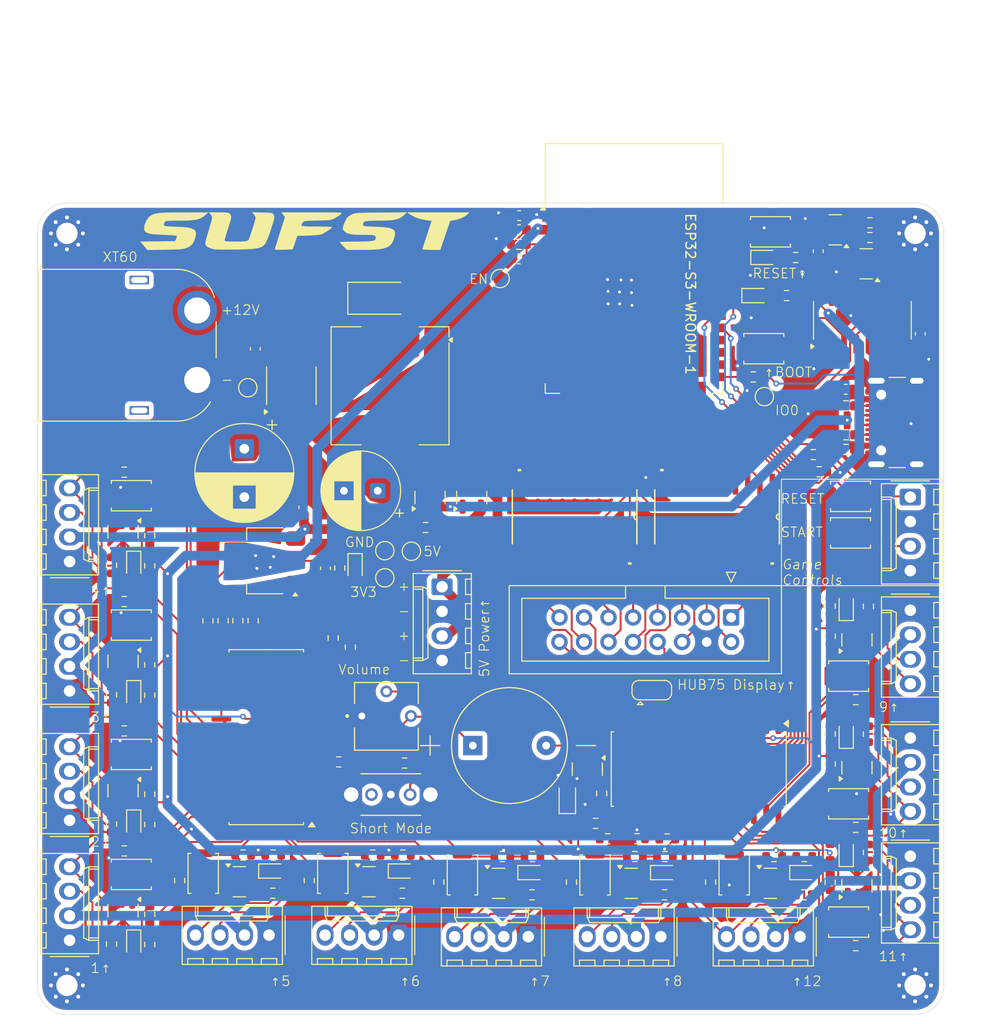
<source format=kicad_pcb>
(kicad_pcb (version 20241229) (generator "pcbnew") (generator_version "9.0")
  (layers (0 "F.Cu" signal) (2 "B.Cu" signal) (13 "F.Paste" user) (15 "B.Paste" user) (5 "F.SilkS" user "F.Silkscreen") (7 "B.SilkS" user "B.Silkscreen") (1 "F.Mask" user) (3 "B.Mask" user) (25 "Edge.Cuts" user))
  (net 0 "")
  (net 1 "+5V")
  (net 2 "GND")
  (net 3 "+3V3")
  (net 4 "+12V")
  (net 5 "/EN")
  (net 6 "/RX0")
  (net 7 "Net-(D1-A)")
  (net 8 "Net-(D2-A)")
  (net 9 "Net-(U4-V3)")
  (net 10 "Net-(J3-Pin_3)")
  (net 11 "Net-(J4-Pin_3)")
  (net 12 "Net-(J5-Pin_3)")
  (net 13 "Net-(J6-Pin_3)")
  (net 14 "Net-(J7-Pin_3)")
  (net 15 "Net-(J8-Pin_3)")
  (net 16 "Net-(J9-Pin_3)")
  (net 17 "Net-(J10-Pin_3)")
  (net 18 "Net-(J11-Pin_3)")
  (net 19 "Net-(J12-Pin_3)")
  (net 20 "Net-(J13-Pin_3)")
  (net 21 "/USB5V")
  (net 22 "Net-(D1-K)")
  (net 23 "/IO0")
  (net 24 "Net-(D2-K)")
  (net 25 "/GAME_RESET")
  (net 26 "/GAME_START")
  (net 27 "Net-(BZ1--)")
  (net 28 "/BUZZER")
  (net 29 "Net-(D5-K)")
  (net 30 "Net-(D3-A)")
  (net 31 "Net-(D3-K)")
  (net 32 "Net-(D4-A)")
  (net 33 "Net-(D4-K)")
  (net 34 "Net-(D5-A)")
  (net 35 "Net-(D6-K)")
  (net 36 "Net-(D6-A)")
  (net 37 "Net-(D7-K)")
  (net 38 "Net-(D7-A)")
  (net 39 "Net-(D8-A)")
  (net 40 "Net-(D8-K)")
  (net 41 "Net-(D9-K)")
  (net 42 "Net-(D9-A)")
  (net 43 "Net-(D10-A)")
  (net 44 "Net-(D10-K)")
  (net 45 "/SDA")
  (net 46 "/SCL")
  (net 47 "/VOLUME_POT")
  (net 48 "/TOGGLE_SW")
  (net 49 "Net-(D11-K)")
  (net 50 "Net-(D11-A)")
  (net 51 "Net-(D12-K)")
  (net 52 "Net-(D12-A)")
  (net 53 "Net-(D13-A)")
  (net 54 "/TX0")
  (net 55 "Net-(D14-A)")
  (net 56 "/Arcade Button Array + Multiplexers/BTN_1_OUTPUT")
  (net 57 "/Arcade Button Array + Multiplexers/BTN_2_OUTPUT")
  (net 58 "/Arcade Button Array + Multiplexers/BTN_3_OUTPUT")
  (net 59 "/Arcade Button Array + Multiplexers/BTN_4_OUTPUT")
  (net 60 "/Arcade Button Array + Multiplexers/BTN_5_OUTPUT")
  (net 61 "/Arcade Button Array + Multiplexers/BTN_6_OUTPUT")
  (net 62 "/Arcade Button Array + Multiplexers/BTN_7_OUTPUT")
  (net 63 "/Arcade Button Array + Multiplexers/BTN_8_OUTPUT")
  (net 64 "/Arcade Button Array + Multiplexers/BTN_9_OUTPUT")
  (net 65 "/Arcade Button Array + Multiplexers/BTN_10_OUTPUT")
  (net 66 "/Arcade Button Array + Multiplexers/BTN_11_OUTPUT")
  (net 67 "Net-(J14-Pin_3)")
  (net 68 "/Arcade Button Array + Multiplexers/BTN_12_OUTPUT")
  (net 69 "Net-(J15-CC2)")
  (net 70 "/USB to UART converter/USB_D-")
  (net 71 "/USB to UART converter/USB_D+")
  (net 74 "Net-(J15-CC1)")
  (net 75 "/P5 Display Connector + Level shifter/M1_B1")
  (net 76 "/P5 Display Connector + Level shifter/M1_B2")
  (net 77 "/P5 Display Connector + Level shifter/M1_C")
  (net 78 "/P5 Display Connector + Level shifter/CLK")
  (net 79 "/P5 Display Connector + Level shifter/M1_E16")
  (net 80 "/P5 Display Connector + Level shifter/OE")
  (net 81 "/P5 Display Connector + Level shifter/M1_R1")
  (net 82 "/P5 Display Connector + Level shifter/M1_R2")
  (net 83 "/P5 Display Connector + Level shifter/LAT")
  (net 84 "/P5 Display Connector + Level shifter/M1_D")
  (net 85 "/P5 Display Connector + Level shifter/M1_B")
  (net 86 "/P5 Display Connector + Level shifter/M1_E8")
  (net 87 "/P5 Display Connector + Level shifter/M1_G2")
  (net 88 "/P5 Display Connector + Level shifter/M1_A")
  (net 89 "/P5 Display Connector + Level shifter/M1_G1")
  (net 90 "/P5 Display Connector + Level shifter/M1_E")
  (net 91 "/Arcade Button Array + Multiplexers/BTN_1_LIGHT")
  (net 92 "/Arcade Button Array + Multiplexers/BTN_2_LIGHT")
  (net 93 "/Arcade Button Array + Multiplexers/BTN_3_LIGHT")
  (net 94 "/Arcade Button Array + Multiplexers/BTN_4_LIGHT")
  (net 95 "/Arcade Button Array + Multiplexers/BTN_5_LIGHT")
  (net 96 "/Arcade Button Array + Multiplexers/BTN_6_LIGHT")
  (net 97 "/Arcade Button Array + Multiplexers/BTN_7_LIGHT")
  (net 98 "/Arcade Button Array + Multiplexers/BTN_8_LIGHT")
  (net 99 "/Arcade Button Array + Multiplexers/BTN_9_LIGHT")
  (net 100 "/Arcade Button Array + Multiplexers/BTN_10_LIGHT")
  (net 101 "/Arcade Button Array + Multiplexers/BTN_11_LIGHT")
  (net 102 "/Arcade Button Array + Multiplexers/BTN_12_LIGHT")
  (net 103 "/Auto reset/DTR")
  (net 104 "Net-(Q15-B)")
  (net 105 "Net-(Q16-B)")
  (net 106 "/Auto reset/RTS")
  (net 107 "/INT")
  (net 108 "Net-(U2-A2)")
  (net 109 "Net-(U2-A1)")
  (net 110 "Net-(U2-A0)")
  (net 111 "Net-(U3-A2)")
  (net 112 "Net-(U3-A1)")
  (net 113 "Net-(U3-A0)")
  (net 114 "Net-(U2-~{RESET})")
  (net 115 "Net-(U3-~{RESET})")
  (net 118 "/ADDRE_3V")
  (net 120 "/G2_3V")
  (net 121 "/B1_3V")
  (net 123 "/ADDRC_3V")
  (net 124 "/LAT_3V")
  (net 125 "/ADDRA_3V")
  (net 126 "/CLK_3V")
  (net 128 "/R2_3V")
  (net 130 "/R1_3V")
  (net 131 "/OE_3V")
  (net 132 "/ADDRB_3V")
  (net 133 "/ADDRD_3V")
  (net 134 "/G1_3V")
  (net 136 "/B2_3V")
  (net 139 "/Arcade Button Array + Multiplexers/MCP2_GPB7")
  (net 140 "/Arcade Button Array + Multiplexers/MCP2_GPB5")
  (net 141 "/Arcade Button Array + Multiplexers/MCP2_GPB1")
  (net 143 "/Arcade Button Array + Multiplexers/MCP2_GPB4")
  (net 144 "/Arcade Button Array + Multiplexers/MCP2_GPB6")
  (net 145 "/Arcade Button Array + Multiplexers/MCP2_GPB2")
  (net 146 "/Arcade Button Array + Multiplexers/MCP2_GPB3")
  (net 148 "/Arcade Button Array + Multiplexers/MCP2_GPB0")
  (net 160 "Net-(D17-K)")
  (net 161 "/BUCK5V")
  (net 162 "Net-(D16-K)")
  (footprint "Resistor_SMD:R_0603_1608Metric" (layer "F.Cu") (at 43.308333 129.221667 90)
    (property "Reference" "R22" (hide yes))
    (property "Value" "10k")
  )
  (footprint "Resistor_SMD:R_0603_1608Metric" (layer "F.Cu") (at 59.78 116.94)
    (property "Reference" "R26" (hide yes))
    (property "Value" "10k")
  )
  (footprint "Resistor_SMD:R_0603_1608Metric" (layer "F.Cu") (at 102.72 77.08)
    (property "Reference" "R2" (hide yes))
    (property "Value" "10k")
  )
  (footprint "Button_Switch_SMD:SW_Push_SPST_NO_Alps_SKRK" (layer "F.Cu") (at 104.5 62.06 180)
    (property "Reference" "SW17" (hide yes))
    (property "Value" "RESET")
  )
  (footprint "LED_SMD:LED_0603_1608Metric" (layer "F.Cu") (at 38.555 96.609167 -90)
    (property "Reference" "D4" (hide yes))
    (property "Value" "GREEN")
  )
  (footprint "Jumper:SolderJumper-3_P1.3mm_Open_RoundedPad1.0x1.5mm" (layer "F.Cu") (at 92.21 109.51)
    (property "Reference" "JP1" (hide yes))
    (property "Value" "SolderJumper_3_Open")
  )
  (footprint "Resistor_SMD:R_0603_1608Metric" (layer "F.Cu") (at 36.255 109.985 -90)
    (property "Reference" "R16" (hide yes))
    (property "Value" "0Ω")
  )
  (footprint "LED_SMD:LED_0603_1608Metric" (layer "F.Cu") (at 66.401667 128.236667)
    (property "Reference" "D6" (hide yes))
    (property "Value" "GREEN")
  )
  (footprint "LED_SMD:LED_0603_1608Metric" (layer "F.Cu") (at 38.555 135.825 -90)
    (property "Reference" "D1" (hide yes))
    (property "Value" "GREEN")
  )
  (footprint "Resistor_SMD:R_0603_1608Metric" (layer "F.Cu") (at 114.8 61.12 180)
    (property "Reference" "R65" (hide yes))
    (property "Value" "10k")
  )
  (footprint "Resistor_SMD:R_0603_1608Metric" (layer "F.Cu") (at 40.215 106.905 -90)
    (property "Reference" "R17" (hide yes))
    (property "Value" "10k")
  )
  (footprint "Connector_IDC:IDC-Header_2x08_P2.54mm_Vertical" (layer "F.Cu") (at 100.43 101.9836 -90)
    (property "Reference" "J16" (hide yes))
    (property "Value" "Conn_02x08_Odd_Even")
  )
  (footprint "Connector_Molex:Molex_KK-254_AE-6410-04A_1x04_P2.54mm_Vertical" (layer "F.Cu") (at 79.415 135.04 180)
    (property "Reference" "J9" (hide yes))
    (property "Value" "Molex_KK-254")
  )
  (footprint "Resistor_SMD:R_0603_1608Metric" (layer "F.Cu") (at 79.845 126.74 180)
    (property "Reference" "R40" (hide yes))
    (property "Value" "1k")
  )
  (footprint "Resistor_SMD:R_0603_1608Metric" (layer "F.Cu") (at 37.57 126.155)
    (property "Reference" "R6" (hide yes))
    (property "Value" "10k")
  )
  (footprint "Connector_Molex:Molex_KK-254_AE-6410-04A_1x04_P2.54mm_Vertical" (layer "F.Cu") (at 31.915 122.990834 90)
    (property "Reference" "J4" (hide yes))
    (property "Value" "Molex_KK-254")
  )
  (footprint "Resistor_SMD:R_0603_1608Metric" (layer "F.Cu") (at 93.575 126.74 180)
    (property "Reference" "R44" (hide yes))
    (property "Value" "1k")
  )
  (footprint "Button_Switch_SMD:SW_Push_SPST_NO_Alps_SKRK" (layer "F.Cu") (at 45.748333 128.486667 90)
    (property "Reference" "SW8" (hide yes))
    (property "Value" "BUTTON")
  )
  (footprint "Resistor_SMD:R_0603_1608Metric" (layer "F.Cu") (at 113.33 110.495 180)
    (property "Reference" "R47" (hide yes))
    (property "Value" "10k")
  )
  (footprint "Package_TO_SOT_SMD:SOT-23" (layer "F.Cu") (at 37.445 132.345 -90)
    (property "Reference" "Q2" (hide yes))
    (property "Value" "AO3400A")
  )
  (footprint "LED_SMD:LED_0603_1608Metric" (layer "F.Cu") (at 52.978333 128.236667)
    (property "Reference" "D5" (hide yes))
    (property "Value" "GREEN")
  )
  (footprint "Resistor_SMD:R_0603_1608Metric" (layer "F.Cu") (at 79.805 130.7)
    (property "Reference" "R41" (hide yes))
    (property "Value" "0Ω")
  )
  (footprint "Resistor_SMD:R_0603_1608Metric" (layer "F.Cu") (at 90.685 124.89 180)
    (property "Reference" "R30" (hide yes))
    (property "Value" "10k")
  )
  (footprint "Connector_Molex:Molex_KK-254_AE-6410-04A_1x04_P2.54mm_Vertical" (layer "F.Cu") (at 31.915 135.415 90)
    (property "Reference" "J3" (hide yes))
    (property "Value" "Molex_KK-254")
  )
  (footprint "Package_TO_SOT_SMD:SOT-23" (layer "F.Cu") (at 62.921667 129.346667)
    (property "Reference" "Q7" (hide yes))
    (property "Value" "AO3400A")
  )
  (footprint "Resistor_SMD:R_0603_1608Metric" (layer "F.Cu") (at 113.33 123.72 180)
    (property "Reference" "R51" (hide yes))
    (property "Value" "10k")
  )
  (footprint "TestPoint:TestPoint_Pad_D1.5mm" (layer "F.Cu") (at 103.87 79.12)
    (property "Reference" "TP5" (hide yes))
    (property "Value" "IO0")
  )
  (footprint "LED_SMD:LED_0603_1608Metric" (layer "F.Cu") (at 112.345 114.05 90)
    (property "Reference" "D10" (hide yes))
    (property "Value" "GREEN")
  )
  (footprint "LED_SMD:LED_0603_1608Metric" (layer "F.Cu") (at 38.555 110.005 -90)
    (property "Reference" "D3" (hide yes))
    (property "Value" "GREEN")
  )
  (footprint "Button_Switch_SMD:SW_Push_SPST_NO_Alps_SKRK" (layer "F.Cu") (at 112.595 121.28 180)
    (property "Reference" "SW13" (hide yes))
    (property "Value" "BUTTON")
  )
  (footprint "TestPoint:TestPoint_Pad_D1.5mm" (layer "F.Cu") (at 67.31 95.13 180)
    (property "Reference" "TP3" (hide yes))
    (property "Value" "+5V")
  )
  (footprint "Resistor_SMD:R_0603_1608Metric" (layer "F.Cu") (at 50.92 102.32 90)
    (property "Reference" "R29" (hide yes))
    (property "Value" "10k")
  )
  (footprint "Resistor_SMD:R_0603_1608Metric" (layer "F.Cu") (at 40.215 110.025 90)
    (property "Reference" "R15" (hide yes))
    (property "Value" "1k")
  )
  (footprint "Resistor_SMD:R_0603_1608Metric" (layer "F.Cu") (at 114.8 62.65)
    (property "Reference" "R64" (hide yes))
    (property "Value" "10k")
  )
  (footprint "Button_Switch_SMD:SW_Push_SPST_NO_Alps_SKRK" (layer "F.Cu") (at 59.171667 128.486667 90)
    (property "Reference" "SW9" (hide yes))
    (property "Value" "BUTTON")
  )
  (footprint "Package_SO:SOIC-28W_7.5x17.9mm_P1.27mm" (layer "F.Cu") (at 52.28 114.38 180)
    (property "Reference" "U2" (hide yes))
    (property "Value" "MCP23017_SO")
  )
  (footprint "Package_SO:SOIC-8_3.9x4.9mm_P1.27mm" (layer "F.Cu") (at 54.88 78 90)
    (property "Reference" "U5" (hide yes))
    (property "Value" "XL1509-5.0")
  )
  (footprint "Package_TO_SOT_SMD:SOT-23" (layer "F.Cu") (at 113.455 104.305 90)
    (property "Reference" "Q10" (hide yes))
    (property "Value" "AO3400A")
  )
  (footprint "Package_TO_SOT_SMD:SOT-23" (layer "F.Cu") (at 37.445 106.525 -90)
    (property "Reference" "Q4" (hide yes))
    (property "Value" "AO3400A")
  )
  (footprint "Connector_Molex:Molex_KK-254_AE-6410-04A_1x04_P2.54mm_Vertical" (layer "F.Cu") (at 118.985 126.705 -90)
    (property "Reference" "J13" (hide yes))
    (property "Value" "Molex_KK-254")
  )
  (footprint "Button_Switch_SMD:SW_Push_SPST_NO_Alps_SKRK" (layer "F.Cu") (at 38.305 116.170834)
    (property "Reference" "SW5" (hide yes))
    (property "Value" "BUTTON")
  )
  (footprint "Resistor_SMD:R_0603_1608Metric" (layer "F.Cu") (at 40.215 135.845 90)
    (property "Reference" "R7" (hide yes))
    (property "Value" "1k")
  )
  (footprint "Button_Switch_SMD:SW_Push_SPST_NO_Alps_SKRK" (layer "F.Cu") (at 38.305 89.379167)
    (property "Reference" "SW7" (hide yes))
    (property "Value" "BUTTON")
  )
  (footprint "Connector_Molex:Molex_KK-254_AE-6410-04A_1x04_P2.54mm_Vertical" (layer "F.Cu") (at 93.145 135.04 180)
    (property "Reference" "J10" (hide yes))
    (property "Value" "Molex_KK-254")
  )
  (footprint "Capacitor_SMD:C_0603_1608Metric" (layer "F.Cu") (at 120.015 72.62 -90)
    (property "Reference" "C4" (hide yes))
    (property "Value" "100nF")
  )
  (footprint "Resistor_SMD:R_0603_1608Metric" (layer "F.Cu") (at 37.57 100.335)
    (property "Reference" "R14" (hide yes))
    (property "Value" "10k")
  )
  (footprint "Button_Switch_SMD:SW_Push_SPST_NO_Alps_SKRK" (layer "F.Cu") (at 100.745 128.65 90)
    (property "Reference" "SW15" (hide yes))
    (property "Value" "BUTTON")
  )
  (footprint "Resistor_SMD:R_0603_1608Metric" (layer "F.Cu") (at 110.685 103.925 90)
    (property "Reference" "R50" (hide yes))
    (property "Value" "10k")
  )
  (footprint "Resistor_SMD:R_0603_1608Metric" (layer "F.Cu") (at 86.39 123.3 180)
    (property "Reference" "R32" (hide yes))
    (property "Value" "10k")
  )
  (footprint "Resistor_SMD:R_0603_1608Metric" (layer "F.Cu") (at 49.34 102.32 90)
    (property "Reference" "R28" (hide yes))
    (property "Value" "10k")
  )
  (footprint "Package_TO_SOT_SMD:SOT-23" (layer "F.Cu") (at 111.2075 61.85 180)
    (property "Reference" "Q16" (hide yes))
    (property "Value" "NPN")
  )
  (footprint "Resistor_SMD:R_0603_1608Metric" (layer "F.Cu") (at 87.02 120.21 90)
    (property "Reference" "R72" (hide yes))
    (property "Value" "10k")
  )
  (footprint "Connector_Molex:Molex_KK-254_AE-6410-04A_1x04_P2.54mm_Vertical" (layer "F.Cu") (at 31.915 109.595 90)
    (property "Reference" "J5" (hide yes))
    (property "Value" "Molex_KK-254")
  )
  (footprint "Resistor_SMD:R_0603_1608Metric" (layer "F.Cu") (at 37.57 113.730834)
    (property "Reference" "R10" (hide yes))
    (property "Value" "10k")
  )
  (footprint "Capacitor_SMD:C_0603_1608Metric" (layer "F.Cu") (at 109.445 64.065 90)
    (property "Reference" "C5" (hide yes))
    (property "Value" "10uF")
  )
  (footprint "Capacitor_SMD:C_0603_1608Metric" (layer "F.Cu") (at 58.41 96.895 90)
    (property "Reference" "C11" (hide yes))
    (property "Value" "10uF")
  )
  (footprint "Capacitor_SMD:C_0603_1608Metric" (layer "F.Cu") (at 78.48 60.38 180)
    (property "Reference" "C3" (hide yes))
    (property "Value" "10uF")
  )
  (footprint "Resistor_SMD:R_0603_1608Metric" (layer "F.Cu") (at 36.255 135.805 -90)
    (property "Reference" "R8" (hide yes))
    (property "Value" "0Ω")
  )
  (footprint "Package_TO_SOT_SMD:SOT-23" (layer "F.Cu") (at 37.445 93.129167 -90)
    (property "Reference" "Q5" (hide yes))
    (property "Value" "AO3400A")
  )
  (footprint "LED_SMD:LED_0603_1608Metric" (layer "F.Cu") (at 107.975 128.4)
    (property "Reference" "D12" (hide yes))
    (property "Value" "GREEN")
  )
  (footprint "Resistor_SMD:R_0603_1608Metric" (layer "F.Cu") (at 40.215 96.629167 90)
    (property "Reference" "R19" (hide yes))
    (property "Value" "1k")
  )
  (footprint "RF_Module:ESP32-S3-WROOM-1" (layer "F.Cu") (at 90.37 65.83)
    (property "Reference" "U1" (hide yes))
    (property "Value" "ESP32-S3-WROOM-1")
  )
  (footprint "Resistor_SMD:R_0603_1608Metric" (layer "F.Cu") (at 87.64 124.9)
    (property "Reference" "R31" (hide yes))
    (property "Value" "10k")
  )
  (footprint "Resistor_SMD:R_0603_1608Metric" (layer "F.Cu") (at 59.21 104.11 -90)
    (property "Reference" "R74" (hide yes))
    (property "Value" "5.1k")
  )
  (footprint "LED_SMD:LED_0603_1608Metric" (layer "F.Cu") (at 103.0225 68.66)
    (property "Reference" "D13" (hide yes))
    (property "Value" "YELLOW")
  )
  (footprint "Resistor_SMD:R_0603_1608Metric" (layer "F.Cu") (at 114.645 100.845 90)
    (property "Reference" "R49" (hide yes))
    (property "Value" "0Ω")
  )
  (footprint "Resistor_SMD:R_0603_1608Metric" (layer "F.Cu") (at 98.305 129.385 90)
    (property "Reference" "R59" (hide yes))
    (property "Value" "10k")
  )
  (footprint "Package_TO_SOT_SMD:SOT-23" (layer "F.Cu") (at 90.075 129.51)
    (property "Reference" "Q9" (hide yes))
    (property "Value" "AO3400A")
  )
  (footprint "Resistor_SMD:R_0603_1608Metric" (layer "F.Cu") (at 70.155 129.385 90)
    (property "Reference" "R39" (hide yes))
    (property "Value" "10k")
  )
  (footprint "Button_Switch_SMD:SW_Push_SPST_NO_Alps_SKRK" (layer "F.Cu") (at 112.79 89.45 180)
    (property "Reference" "SW2" (hide yes))
    (property "Value" "GAME_RESET")
  )
  (footprint "Resistor_SMD:R_0603_1608Metric" (layer "F.Cu") (at 110.685 114.03 -90)
    (property "Reference" "R52" (hide yes))
    (property "Value" "1k")
  )
  (footprint "Capacitor_SMD:C_0603_1608Metric" (layer "F.Cu") (at 51.14 74.17 90)
    (property "Reference" "C8" (hide yes))
    (property "Value" "10uF")
  )
  (footprint "sufst-lib:CUI_CMI-1275-85T" (layer "F.Cu") (at 77.47 115.25)
    (property "Reference" "BZ1" (hide yes))
    (property "Value" "Buzzer")
  )
  (footprint "Button_Switch_SMD:SW_Push_SPST_NO_Alps_SKRK" (layer "F.Cu") (at 72.595 128.65 90)
    (property "Reference" "SW10" (hide yes))
    (property "Value" "BUTTON")
  )
  (footprint "Button_Switch_SMD:SW_Push_SPST_NO_Alps_SKRK" (layer "F.Cu") (at 112.79 93.231433 180)
    (property "Reference" "SW3" (hide yes))
    (property "Value" "GAME_START")
  )
  (footprint "Capacitor_SMD:C_0603_1608Metric" (layer "F.Cu") (at 78.46 61.84 180)
    (property "Reference" "C2" (hide yes))
    (property "Value" "100nF")
  )
  (footprint "Resistor_SMD:R_0603_1608Metric" (layer "F.Cu") (at 66.6 117.06)
    (property "Reference" "R1" (hide yes))
    (property "Value" "10k")
  )
  (footprint "Resistor_SMD:R_0603_1608Metric" (layer "F.Cu") (at 93.81 124.92)
    (property "Reference" "R34" (hide yes))
    (property "Value" "10k")
  )
  (footprint "TestPoint:TestPoint_Pad_D1.5mm" (layer "F.Cu") (at 50.37 78.2)
    (property "Reference" "TP4" (hide yes))
    (property "Value" "+12V")
  )
  (footprint "LED_SMD:LED_0603_1608Metric" (layer "F.Cu") (at 61.48 96.86 -90)
    (property "Reference" "D16" (hide yes))
    (property "Value" "RED")
  )
  (footprint "Connector_Molex:Molex_KK-254_AE-6410-04A_1x04_P2.54mm_Vertical" (layer "F.Cu") (at 31.915 96.199167 90)
    (property "Reference" "J6" (hide yes))
    (property "Value" "Molex_KK-254")
  )
  (footprint "TestPoint:TestPoint_Pad_D1.5mm" (layer "F.Cu") (at 64.56 97.88)
    (property "Reference" "TP2" (hide yes))
    (property "Value" "+3V3")
  )
  (footprint "Resistor_SMD:R_0603_1608Metric" (layer "F.Cu") (at 114.645 126.315 90)
    (property "Reference" "R57" (hide yes))
    (property "Value" "0Ω")
  )
  (footprint "Connector_Molex:Molex_KK-254_AE-6410-04A_1x04_P2.54mm_Vertical" (layer "F.Cu") (at 52.568333 134.876667 180)
    (property "Reference" "J7" (hide yes))
    (property "Value" "Molex_KK-254")
  )
  (footprint "Resistor_SMD:R_0603_1608Metric" (layer "F.Cu") (at 59.9 96.87 -90)
    (property "Reference" "R71" (hide yes))
    (property "Value" "1k")
  )
  (footprint "Package_SO:SOIC-28W_7.5x17.9mm_P1.27mm" (layer "F.Cu") (at 97.07 117.68 -90)
    (property "Reference" "U3" (hide yes))
    (property "Value" "MCP23017_SO")
  )
  (footprint "Resistor_SMD:R_0603_1608Metric" (layer "F.Cu") (at 40.215 120.300834 -90)
    (property "Reference" "R13" (hide yes))
    (property "Value" "10k")
  )
  (footprint "Capacitor_SMD:C_0603_1608Metric" (layer "F.Cu") (at 112.3 78.36)
    (property "Reference" "C6" (hide yes))
    (property "Value" "100nF")
  )
  (footprint "Resistor_SMD:R_0603_1608Metric" (layer "F.Cu") (at 37.57 86.939167)
    (property "Reference" "R18" (hide yes))
    (property "Value" "10k")
  )
  (footprint "Connector_Molex:Molex_KK-254_AE-6410-04A_1x04_P2.54mm_Vertical" (layer "F.Cu") (at 70.49 98.8136 -90)
    (property "Reference" "J17" (hide yes))
    (property "Value" "Molex_KK-254")
  )
  (footprint "TestPoint:TestPoint_Pad_D1.5mm" (layer "F.Cu") (at 64.56 95.07 180)
    (property "Reference" "TP1" (hide yes))
    (property "Value" "GND")
  )
  (footprint "Resistor_SMD:R_0603_1608Metric" (layer "F.Cu") (at 56.731667 129.221667 90)
    (property "Reference" "R35" (hide yes))
    (property "Value" "10k")
  )
  (footprint "Resistor_SMD:R_0603_1608Metric" (layer "F.Cu") (at 108.93 85.12 180)
    (property "Reference" "R5" (hide yes))
    (property "Value" "10k")
  )
  (footprint "Resistor_SMD:R_0603_1608Metric" (layer "F.Cu") (at 113.33 135.965 180)
    (property "Reference" "R55" (hide yes))
    (property "Value" "10k")
  )
  (footprint "LED_SMD:LED_0603_1608Metric" (layer "F.Cu") (at 112.345 100.825 90)
    (property "Reference" "D9" (hide yes))
    (property "Value" "GREEN")
  )
  (footprint "Resistor_SMD:R_0603_1608Metric" (layer "F.Cu") (at 93.535 130.7)
    (property "Reference" "R45" (hide yes))
    (property "Value" "0Ω")
  )
  (footprint "Resistor_SMD:R_0603_1608Metric" (layer "F.Cu") (at 36.255 96.589167 -90)
    (property "Reference" "R20" (hide yes))
    (property "Value" "0Ω")
  )
  (footprint "Package_TO_SOT_SMD:SOT-23" (layer "F.Cu") (at 104.495 129.51)
    (property "Reference" "Q13" (hide yes))
    (property "Value" "AO3400A")
  )
  (footprint "Package_TO_SOT_SMD:SOT-23" (layer "F.Cu") (at 37.445 119.920834 -90)
    (property "Reference" "Q3" (hide yes))
    (property "Value" "AO3400A")
  )
  (footprint "Resistor_SMD:R_0603_1608Metric" (layer "F.Cu") (at 104.875 126.74)
    (property "Reference" "R62" (hide yes))
    (property "Value" "10k")
  )
  (footprint "Button_Switch_SMD:SW_Push_SPST_NO_Alps_SKRK" (layer "F.Cu") (at 38.305 128.595)
    (property "Reference" "SW4" (hide yes))
    (property "Value" "BUTTON")
  )
  (footprint "LED_SMD:LED_0603_1608Metric" (layer "F.Cu") (at 103.945 64.715)
    (property "Reference" "D14" (hide yes))
    (property "Value" "GREEN")
  )
  (footprint "MountingHole:MountingHole_2.2mm_M2_Pad_Via" (layer "F.Cu") (at 119.48 140.08)
    (property "Reference" "H4" (hide yes))
    (property "Value" "MountingHole_Pad")
  )
  (footprint "Resistor_SMD:R_0603_1608Metric" (layer "F.Cu") (at 112.3 80.07)
    (property "Reference" "R68" (hide yes))
    (property "Value" "5.1k")
  )
  (footprint "Resistor_SMD:R_0603_1608Metric" (layer "F.Cu") (at 40.215 132.725 -90)
    (property "Reference" "R9" (hide yes))
    (property "Value" "10k")
  )
  (footprint "sufst-lib:SUFST" (layer "F.Cu") (at 56.27 61.94)
    (property "Reference" "G***" (hide yes))
    (property "Value" "LOGO" (hide yes))
  )
  (footprint "Resistor_SMD:R_0603_1608Metric" (layer "F.Cu") (at 110.685 100.805 -90)
    (property "Reference" "R48" (hide yes))
    (property "Value" "1k")
  )
  (footprint "Inductor_SMD:L_Coilcraft_MSS1210-XXX" (layer "F.Cu") (at 65.1 78 -90)
    (property "Reference" "L1" (hide yes))
    (property "Value" "68uH")
  )
  (footprint "Package_TO_SOT_SMD:SOT-23" (layer "F.Cu") (at 113.455 117.53 90)
    (property "Reference" "Q11" (hide yes))
    (property "Value" "AO3400A")
  )
  (footprint "Connector_USB:USB_C_Receptacle_GCT_USB4105-xx-A_16P_TopMnt_Horizontal" (layer "F.Cu") (at 118.575 81.8 90)
    (property "Reference" "J15" (hide yes))
    (property "Value" "USB_C_Receptacle_USB2.0_16P")
  )
  (footprint "Package_TO_SOT_SMD:SOT-23" (layer "F.Cu") (at 76.345 129.51)
    (property "Reference" "Q8" (hide yes))
    (property "Value" "AO3400A")
  )
  (footprint "Resistor_SMD:R_0603_1608Metric" (layer "F.Cu") (at 110.685 126.275 -90)
    (property "Reference" "R56" (hide yes))
    (property "Value" "1k")
  )
  (footprint "Capacitor_SMD:C_0603_1608Metric" (layer "F.Cu") (at 56.18 90.58 -90)
    (property "Reference" "C10" (hide yes))
    (property "Value" "10uF")
  )
  (footprint "Button_Switch_SMD:SW_Push_SPST_NO_Alps_SKRK" (layer "F.Cu") (at 112.595 133.525 180)
    (property "Reference" "SW14" (hide yes))
    (property "Value" "BUTTON")
  )
  (footprint "LED_SMD:LED_0603_1608Metric" (layer "F.Cu") (at 38.555 123.400834 -90)
    (property "Reference" "D2" (hide yes))
    (property "Value" "GREEN")
  )
  (footprint "Resistor_SMD:R_0603_1608Metric" (layer "F.Cu") (at 52.958333 130.536667)
    (property "Reference" "R24" (hide yes))
    (property "Value" "0Ω")
  )
  (footprint "Button_Switch_SMD:SW_Push_SPST_NO_Alps_SKRK" (layer "F.Cu") (at 86.325 128.65 90)
    (property "Reference" "SW11" (hide yes))
    (property "Value" "BUTTON")
  )
  (footprint "Resistor_SMD:R_0603_1608Metric" (layer "F.Cu") (at 78.45 63.35 180)
    (property "Reference" "R3" (hide yes))
    (property "Value" "10k")
  )
  (footprint "Package_SO:SOIC-16_3.9x9.9mm_P1.27mm" (layer "F.Cu") (at 114.02 71.23 90)
    (property "Reference" "U4" (hide yes))
    (property "Value" "CH340C")
  )
  (footprint "Connector_Molex:Molex_KK-254_AE-6410-04A_1x04_P2.54mm_Vertical" (layer "F.Cu") (at 107.565 135.04 180)
    (property "Reference" "J14" (hide yes))
    (property "Value" "Molex_KK-254")
  )
  (footprint "Connector_Molex:Molex_KK-254_AE-6410-04A_1x04_P2.54mm_Vertical" (layer "F.Cu") (at 118.985 101.235 -90)
    (property "Reference" "J11" (hide yes))
    (property "Value" "Molex_KK-254")
  )
  (footprint "Resistor_SMD:R_0603_1608Metric" (layer "F.Cu") (at 49.878333 126.576667)
    (property "Reference" "R25" (hide yes))
    (property "Value" "10k")
  )
  (footprint "Package_TO_SOT_SMD:SOT-23" (layer "F.Cu") (at 113.455 129.775 90)
    (property "Reference" "Q12" (hide yes))
    (property "Value" "AO3400A")
  )
  (footprint "Package_TO_SOT_SMD:SOT-223-3_TabPin2" (layer "F.Cu") (at 52.16 96.12 180)
    (property "Reference" "U6" (hide yes))
    (property "Value" "AZ1117CH-3.3TRG1")
  )
  (footprint "TestPoint:TestPoint_Pad_D1.5mm" (layer "F.Cu") (at 76.5 66.89)
    (property "Reference" "TP6" (hide yes))
    (property "Value" "EN")
  )
  (footprint "LED_SMD:LED_0603_1608Metric" (layer "F.Cu") (at 79.825 128.4)
    (property "Reference" "D7" (hide yes))
    (property "Value" "GREEN")
  )
  (footprint "sufst-lib:0S102011MS2QN1" (layer "F.Cu") (at 61.08 120.32)
    (property "Reference" "SW1" (hide yes))
    (property "Value" "0S102011MS2QN1")
  )
  (footprint "Resistor_SMD:R_0603_1608Metric" (layer "F.Cu") (at 110.685 117.15 90)
    (property "Reference" "R54" (hide yes))
    (property "Value" "10k")
  )
  (footprint "Resistor_SMD:R_0603_1608Metric" (layer "F.Cu") (at 106.1675 68.66)
    (property "Reference" "R66" (hide yes))
    (property "Value" "1k")
  )
  (footprint "Resistor_SMD:R_0603_1608Metric" (layer "F.Cu") (at 52.998333 126.576667 180)
    (property "Reference" "R23" (hide yes))
    (property "Value" "1k")
  )
  (footprint "Capacitor_THT:CP_Radial_D8.0mm_P3.50mm" (layer "F.Cu") (at 63.822651 88.87 180)
    (property "Reference" "C9" (hide yes))
    (property "Value" "180uF")
  )
  (footprint "Resistor_SMD:R_0603_1608Metric" (layer "F.Cu") (at 47.81 102.32 90)
    (property "Reference" "R27" (hide yes))
    (property "Value" "10k")
  )
  (footprint "Resistor_SMD:R_0603_1608Metric" (layer "F.Cu") (at 107.995 126.74 180)
    (property "Reference" "R60" (hide yes))
    (property "Value" "1k")
  )
  (footprint "Resistor_SMD:R_0603_1608Metric" (layer "F.Cu") (at 40.215 123.420834 90)
    (property "Reference" "R11" (hide yes))
    (property "Value" "1k")
  )
  (footprint "Resistor_SMD:R_0603_1608Metric" (layer "F.Cu") (at 66.421667 126.576667 180)
    (property "Reference" "R36" (hide yes))
    (property "Value" "1k")
  )
  (footprint "MountingHole:MountingHole_2.2mm_M2_Pad_Via" (layer "F.Cu") (at 119.48 62.22)
    (property "Reference" "H2" (hide yes))
    (property "Value" "MountingHole_Pad")
  )
  (footprint "Resistor_SMD:R_0603_1608Metric" (layer "F.Cu") (at 109.55 86.9 180)
    (property "Reference" "R4" (hide yes))
    (property "Value" "10k")
  )
  (footprint "Button_Switch_SMD:SW_Push_SPST_NO_Alps_SKRK" (layer "F.Cu") (at 112.595 108.055 180)
    (property "Reference" "SW12" (hide yes))
    (property "Value" "BUTTON")
  )
  (footprint "Resistor_SMD:R_0603_1608Metric" (layer "F.Cu") (at 46.24 102.32 90)
    (property "Reference" "R33" (hide yes))
    (property "Value" "10k")
  )
  (footprint "LED_SMD:LED_0603_1608Metric" (layer "F.Cu") (at 112.345 126.295 90)
    (property "Reference" "D11" (hide yes))
    (property "Value" "GREEN")
  )
  (footprint "Resistor_SMD:R_0603_1608Metric" (layer "F.Cu") (at 90.455 126.74)
    (property "Reference" "R46" (hide yes))
    (property "Value" "10k")
  )
  (footprint "Connector_Molex:Molex_KK-254_AE-6410-04A_1x04_P2.54mm_Vertical" (layer "F.Cu") (at 118.98 89.52 -90)
    (property "Reference" "J2" (hide yes))
    (property "Value" "Molex_KK-254")
  )
  (footprint "LED_SMD:LED_0603_1608Metric" (layer "F.Cu") (at 93.555 128.4)
    (property "Reference" "D8" (hide yes))
    (property "Value" "GREEN")
  )
  (footprint "MountingHole:MountingHole_2.2mm_M2_Pad_Via" (layer "F.Cu") (at 31.64 62.22)
    (property "Reference" "H1" (hide yes))
    (property "Value" "MountingHole_Pad")
  )
  (footprint "Diode_SMD:D_SMA" (layer "F.Cu") (at 64.235 68.935)
    (property "Reference" "D17" (hide yes))
    (property "Value" "SS34")
  )
  (footprint "Resistor_SMD:R_0603_1608Metric" (layer "F.Cu") (at 60.99 105.05 -90)
    (property "Reference" "R73" (hide yes))
    (property "Value" "5.1k")
  )
  (footprint "Resistor_SMD:R_0603_1608Metric" (layer "F.Cu") (at 63.301667 126.576667)
    (property "Reference" "R38" (hide yes))
    (property "Value" "10k")
  )
  (footprint "Package_TO_SOT_SMD:SOT-23" (layer "F.Cu") (at 85.53 117.69 -90)
    (property "Reference" "Q1" (hide yes))
    (property "Value" "AO3400A")
  )
  (footprint "Button_Switch_SMD:SW_Push_SPST_NO_Alps_SKRK" (layer "F.Cu") (at 103.81 74.16)
    (property "Reference" "SW16" (hide yes))
    (property "Value" "BOOT")
  )
  (footprint "Resistor_SMD:R_0603_1608Metric" (layer "F.Cu") (at 40.215 93.509167 -90)
    (property "Reference" "R21" (hide yes))
    (property "Value" "10k")
  )
  (footprint "Package_TO_SOT_SMD:SOT-23" (layer "F.Cu") (at 69.2375 89.57 90)
    (property "Reference" "Q17" (hide yes))
    (property "Value" "AO3401A")
  )
  (footprint "Resistor_SMD:R_0603_1608Metric" (layer "F.Cu") (at 110.685 129.395 90)
    (property "Reference" "R58" (hide yes))
    (property "Value" "10k")
  )
  (footprint "Button_Switch_SMD:SW_Push_SPST_NO_Alps_SKRK" (layer "F.Cu") (at 38.305 102.775)
    (property "Reference" "SW6" (hide yes))
    (property "Value" "BUTTON")
  )
  (footprint "Resistor_SMD:R_0603_1608Metric" (layer "F.Cu") (at 114.645 114.07 90)
    (property "Reference" "R53" (hide yes))
    (property "Value" "0Ω")
  )
  (footprint "sufst-lib:TRIM_3362P-1-304LF" (layer "F.Cu") (at 64.72 112.19)
    (property "Reference" "RV1" (hide yes))
    (property "Value" "300k")
  )
  (footprint "Connector_AMASS:AMASS_XT60PW-M_1x02_P7.20mm_Horizontal" (layer "F.Cu") (at 45.13 77.4 90)
    (property "Reference" "J1" (hide yes))
    (property "Value" "XT60")
  )
  (footprint "Package_TO_SOT_SMD:SOT-23" (layer "F.Cu") (at 49.498333 129.346667)
    (property "Reference" "Q6" (hide yes))
    (property "Value" "AO3400A")
  )
  (footprint "Resistor_SMD:R_0603_1608Metric" (layer "F.Cu") (at 36.255 123.380834 -90)
    (property "Reference" "R12" (hide yes))
    (property "Value" "0Ω")
  )
  (footprint "Capacitor_THT:CP_Radial_D10.0mm_P5.00mm" (layer "F.Cu") (at 50.01 84.522323 -90)
    (property "Reference" "C7" (hide yes))
    (property "Value" "470uF")
  )
  (footprint "Connector_Molex:Molex_KK-254_AE-6410-04A_1x04_P2.54mm_Vertical" (layer "F.Cu") (at 65.991667 134.876667 180)
    (property "Reference" "J8" (hide yes))
    (property "Value" "Molex_KK-254")
  )
  (footprint "Resistor_SMD:R_0603_1608Metric" (layer "F.Cu") (at 112.325 84.585 180)
    (property "Reference" "R63" (hide yes))
    (property "Value" "100k")
  )
  (footprint "sufst-lib:NS20" (layer "F.Cu") (at 98.97 91.5618 -90)
    (property "Reference" "U7" (hide yes))
    (property "Value" "SN74AHCT245NSR")
  )
  (footprint "Resistor_SMD:R_0603_1608Metric" (layer "F.Cu") (at 68.78 92.67 180)
    (property "Reference" "R70" (hide yes))
    (property "Value" "100k")
  )
  (footprint "Capacitor_SMD:C_0603_1608Metric" (layer "F.Cu") (at 78.46 64.86)
    (property "Reference" "C1" (hide yes))
    (property "Value" "10uF")
  )
  (footprint "Resistor_SMD:R_0603_1608Metric" (layer "F.Cu") (at 107.115 64.715)
    (property "Reference" "R67" (hide yes))
    (property "Value" "1k")
  )
  (footprint "Resistor_SMD:R_0603_1608Metric" (layer "F.Cu") (at 66.381667 130.536667)
    (property "Reference" "R37" (hide yes))
    (property "Value" "0Ω")
  )
  (footprint "Resistor_SMD:R_0603_1608Metric" (layer "F.Cu") (at 76.725 126.74)
    (property "Reference" "R42" (hide yes))
    (property "Value" "10k")
  )
  (footprint "Diode_SMD:D_SOD-323F" (layer "F.Cu") (at 83.4625 120.68 90)
    (property "Reference" "D15" (hide yes))
    (property "Value" "1N5817")
  )
  (footprint "Package_TO_SOT_SMD:SOT-23" (layer "F.Cu") (at 114.4275 65.37 180)
    (property "Reference" "Q15" (hide yes))
    (property "Value" "NPN")
  )
  (footprint "MountingHole:MountingHole_2.2mm_M2_Pad_Via" (layer "F.Cu") (at 31.64 140.08)
    (property "Reference" "H3" (hide yes))
    (property "Value" "MountingHole_Pad")
  )
  (footprint "sufst-lib:NS20" (layer "F.Cu") (at 84.215 91.5618 -90)
    (property "Reference" "U8" (hide yes))
    (property "Value" "SN74AHCT245NSR")
  )
  (footprint "Connector_Molex:Molex_KK-254_AE-6410-04A_1x04_P2.54mm_Vertical" (layer "F.Cu") (at 118.985 114.46 -90)
    (property "Reference" "J12" (hide yes))
    (property "Value" "Molex_KK-254")
  )
  (footprint "Resistor_SMD:R_0603_1608Metric" (layer "F.Cu") (at 83.885 129.385 90)
    (property "Reference" "R43" (hide yes))
    (property "Value" "10k")
  )
  (footprint "Resistor_SMD:R_0603_1608Metric" (layer "F.Cu") (at 112.325 83.07)
    (property "Reference" "R69" (hide yes))
    (property "Value" "5.1k")
  )
  (footprint "Package_TO_SOT_SMD:SOT-23" (layer "F.Cu") (at 73.56 89.57 90)
    (property "Reference" "Q14" (hide yes))
    (property "Value" "AO3401A")
  )
  (footprint "Resistor_SMD:R_0603_1608Metric" (layer "F.Cu") (at 107.955 130.7)
    (property "Reference" "R61" (hide yes))
    (property "Value" "0Ω")
  )
  (gr_rect (start 105.64 87.67) (end 122.3 98.6936) (stroke (width 0.1)) (fill no) (layer "F.SilkS"))
  (gr_line (start 31.59 59.08) (end 119.45 59.08) (stroke (width 0.05)) (layer "Edge.Cuts"))
  (gr_arc (start 31.59 143.11) (mid 29.46868 142.23132) (end 28.59 140.11) (stroke (width 0.05)) (layer "Edge.Cuts"))
  (gr_line (start 119.45 143.11) (end 31.59 143.11) (stroke (width 0.05)) (layer "Edge.Cuts"))
  (gr_arc (start 119.45 59.08) (mid 121.57132 59.95868) (end 122.45 62.08) (stroke (width 0.05)) (layer "Edge.Cuts"))
  (gr_arc (start 122.45 140.11) (mid 121.57132 142.23132) (end 119.45 143.11) (stroke (width 0.05)) (layer "Edge.Cuts"))
  (gr_line (start 122.45 62.08) (end 122.45 140.11) (stroke (width 0.05)) (layer "Edge.Cuts"))
  (gr_line (start 28.59 140.11) (end 28.59 62.08) (stroke (width 0.05)) (layer "Edge.Cuts"))
  (gr_arc (start 28.59 62.08) (mid 29.46868 59.95868) (end 31.59 59.08) (stroke (width 0.05)) (layer "Edge.Cuts"))
  (gr_text "10↑" (at 115.66 124.882544 0) (layer "F.SilkS") (effects (font (size 1 1) (thickness 0.1)) (justify left bottom)))
  (gr_text "↑8" (at 95.43 140.23 0) (layer "F.SilkS") (effects (font (size 1 1) (thickness 0.1)) (justify right bottom)))
  (gr_text "3V3" (at 60.91 99.95 0) (layer "F.SilkS") (effects (font (size 1 1) (thickness 0.1)) (justify left bottom)))
  (gr_text "Game\nControls" (at 105.64 98.6936 0) (layer "F.SilkS") (effects (font (size 1 1) (thickness 0.1) (italic yes)) (justify left bottom)))
  (gr_text "11↑" (at 115.66 137.65 0) (layer "F.SilkS") (effects (font (size 1 1) (thickness 0.1)) (justify left bottom)))
  (gr_text "EN" (at 73.243887 67.541656 0) (layer "F.SilkS") (effects (font (size 1 1) (thickness 0.1)) (justify left bottom)))
  (gr_text "4↑" (at 34.03 99.79 0) (layer "F.SilkS") (effects (font (size 1 1) (thickness 0.1)) (justify left bottom)))
  (gr_text "↑5" (at 54.853333 140.23 0) (layer "F.SilkS") (effects (font (size 1 1) (thickness 0.1)) (justify right bottom)))
  (gr_text "2↑" (at 34.03 125.793978 0) (layer "F.SilkS") (effects (font (size 1 1) (thickness 0.1)) (justify left bottom)))
  (gr_text "GND" (at 60.368104 94.779505 0) (layer "F.SilkS") (effects (font (size 1 1) (thickness 0.1)) (justify left bottom)))
  (gr_text "RESET↑" (at 102.58 66.95 0) (layer "F.SilkS") (effects (font (size 1 1) (thickness 0.1)) (justify left bottom)))
  (gr_text "RESET" (at 105.485304 90.288512 0) (layer "F.SilkS") (effects (font (size 1 1) (thickness 0.1)) (justify left bottom)))
  (gr_text "5V Power↑" (at 75.45 108.2286 90) (layer "F.SilkS") (effects (font (size 1 1) (thickness 0.1)) (justify left bottom)))
  (gr_text "-" (at 65.86 101.8931 0) (layer "F.SilkS") (effects (font (size 1 1) (thickness 0.1)) (justify left bottom)))
  (gr_text "Short Mode" (at 60.868095 124.41 0) (layer "F.SilkS") (effects (font (size 1 1) (thickness 0.1)) (justify left bottom)))
  (gr_text "+" (at 65.86 99.3531 0) (layer "F.SilkS") (effects (font (size 1 1) (thickness 0.1)) (justify left bottom)))
  (gr_text "Volume" (at 59.67 107.95 0) (layer "F.SilkS") (effects (font (size 1 1) (thickness 0.1)) (justify left bottom)))
  (gr_text "+12V" (at 47.543042 70.7395 0) (layer "F.SilkS") (effects (font (size 1 1) (thickness 0.1)) (justify left bottom)))
  (gr_text "-" (at 47.543042 77.9395 0) (layer "F.SilkS") (effects (font (size 1 1) (thickness 0.1)) (justify left bottom)))
  (gr_text "-" (at 65.86 106.9731 0) (layer "F.SilkS") (effects (font (size 1 1) (thickness 0.1)) (justify left bottom)))
  (gr_text "START" (at 105.519171 93.742985 0) (layer "F.SilkS") (effects (font (size 1 1) (thickness 0.1)) (justify left bottom)))
  (gr_text "9↑" (at 115.66 111.85 0) (layer "F.SilkS") (effects (font (size 1 1) (thickness 0.1)) (justify left bottom)))
  (gr_text "↑6" (at 68.276667 140.23 0) (layer "F.SilkS") (effects (font (size 1 1) (thickness 0.1)) (justify right bottom)))
  (gr_text "IO0" (at 104.91 81.13 0) (layer "F.SilkS") (effects (font (size 1 1) (thickness 0.1)) (justify left bottom)))
  (gr_text "↑BOOT" (at 103.66 77.19 0) (layer "F.SilkS") (effects (font (size 1 1) (thickness 0.1)) (justify left bottom)))
  (gr_text "HUB75 Display↑" (at 94.765358 109.543204 0) (layer "F.SilkS") (effects (font (size 1 1) (thickness 0.1)) (justify left bottom)))
  (gr_text "1↑" (at 34.03 138.87 0) (layer "F.SilkS") (effects (font (size 1 1) (thickness 0.1)) (justify left bottom)))
  (gr_text "↑12" (at 109.85 140.23 0) (layer "F.SilkS") (effects (font (size 1 1) (thickness 0.1)) (justify right bottom)))
  (gr_text "XT60" (at 35.27 65.25 0) (layer "F.SilkS") (effects (font (size 1 1) (thickness 0.1)) (justify left bottom)))
  (gr_text "3↑" (at 34.03 112.893315 0) (layer "F.SilkS") (effects (font (size 1 1) (thickness 0.1)) (justify left bottom)))
  (gr_text "5V" (at 68.5 95.73 0) (layer "F.SilkS") (effects (font (size 1 1) (thickness 0.1)) (justify left bottom)))
  (gr_text "+" (at 65.86 104.4331 0) (layer "F.SilkS") (effects (font (size 1 1) (thickness 0.1)) (justify left bottom)))
  (gr_text "↑7" (at 81.7 140.23 0) (layer "F.SilkS") (effects (font (size 1 1) (thickness 0.1)) (justify right bottom)))
  (segment (start 89.93 88.9837) (end 87.0037 91.91) (width 0.2) (layer "F.Cu") (net 1))
  (segment (start 72.32 100.6436) (end 72.32 102.58) (width 1) (layer "F.Cu") (net 1))
  (segment (start 73.56 88.6325) (end 69.2375 88.6325) (width 1) (layer "F.Cu") (net 1))
  (segment (start 76.23 89.69) (end 76.23 91.91) (width 1) (layer "F.Cu") (net 1))
  (segment (start 104.685 88.1836) (end 104.685 94.94) (width 0.2) (layer "F.Cu") (net 1))
  (segment (start 89.93 88.1836) (end 92.3164 90.57) (width 0.2) (layer "F.Cu") (net 1))
  (segment (start 92.3164 90.57) (end 103.0987 90.57) (width 0.2) (layer "F.Cu") (net 1))
  (segment (start 73.01 95.13) (end 73.01 95.16) (width 1) (layer "F.Cu") (net 1))
  (segment (start 56.29 92.84) (end 56.11 93.02) (width 1) (layer "F.Cu") (net 1))
  (segment (start 103.0987 90.57) (end 104.685 88.9837) (width 0.2) (layer "F.Cu") (net 1))
  (segment (start 73.56 88.6325) (end 75.1725 88.6325) (width 1) (layer "F.Cu") (net 1))
  (segment (start 87.0037 91.91) (end 76.23 91.91) (width 0.2) (layer "F.Cu") (net 1))
  (segment (start 73.01 95.13) (end 67.31 95.13) (width 1) (layer "F.Cu") (net 1))
  (segment (start 73.01 95.16) (end 70.49 97.68) (width 1) (layer "F.Cu") (net 1))
  (segment (start 76.23 91.91) (end 73.01 95.13) (width 1) (layer "F.Cu") (net 1))
  (segment (start 70.49 98.8136) (end 72.32 100.6436) (width 1) (layer "F.Cu") (net 1))
  (segment (start 56.29 92.84) (end 56.29 92.41) (width 1) (layer "F.Cu") (net 1))
  (segment (start 89.93 88.1836) (end 89.93 88.9837) (width 0.2) (layer "F.Cu") (net 1))
  (segment (start 70.49 97.68) (end 70.49 98.8136) (width 1) (layer "F.Cu") (net 1))
  (segment (start 71.0064 103.8936) (end 70.49 103.8936) (width 1) (layer "F.Cu") (net 1))
  (segment (start 104.685 88.9837) (end 104.685 88.1836) (width 0.2) (layer "F.Cu") (net 1))
  (segment (start 56.18 92.3) (end 56.18 91.355) (width 1) (layer "F.Cu") (net 1))
  (segment (start 67.31 95.13) (end 65.02 92.84) (width 1) (layer "F.Cu") (net 1))
  (segment (start 89.93 94.94) (end 89.93 88.1836) (width 0.2) (layer "F.Cu") (net 1))
  (segment (start 56.29 92.41) (end 56.18 92.3) (width 1) (layer "F.Cu") (net 1))
  (segment (start 72.32 102.58) (end 71.0064 103.8936) (width 1) (layer "F.Cu") (net 1))
  (segment (start 65.02 92.84) (end 56.29 92.84) (width 1) (layer "F.Cu") (net 1))
  (segment (start 56.29 92.84) (end 55.31 93.82) (width 1) (layer "F.Cu") (net 1))
  (segment (start 75.1725 88.6325) (end 76.23 89.69) (width 1) (layer "F.Cu") (net 1))
  (via (at 56.29 92.84) (size 0.6) (drill 0.3) (layers "F.Cu" "B.Cu") (net 1))
  (segment (start 90.605 135.04) (end 90.605 133.395) (width 1) (layer "B.Cu") (net 1))
  (segment (start 118.985 129.245) (end 117.34 129.245) (width 1) (layer "B.Cu") (net 1))
  (segment (start 32.177702 120.450834) (end 34.94 123.213132) (width 1) (layer "B.Cu") (net 1))
  (segment (start 115.76 115.42) (end 115.76 107) (width 1) (layer "B.Cu") (net 1))
  (segment (start 74.925667 133.090667) (end 76.875 135.04) (width 1) (layer "B.Cu") (net 1))
  (segment (start 48.026666 132.875) (end 50.028333 134.876667) (width 1) (layer "B.Cu") (net 1))
  (segment (start 105.025 135.04) (end 105.025 134.777298) (width 1) (layer "B.Cu") (net 1))
  (segment (start 31.915 93.659167) (end 33.49 93.659167) (width 1) (layer "B.Cu") (net 1))
  (segment (start 50.028333 134.876667) (end 50.028333 133.231667) (width 1) (layer "B.Cu") (net 1))
  (segment (start 31.915 120.450834) (end 32.177702 120.450834) (width 1) (layer "B.Cu") (net 1))
  (segment (start 117.34 117) (end 115.76 115.42) (width 1) (layer "B.Cu") (net 1))
  (segment (start 35.27 95.439167) (end 35.27 103.7) (width 1) (layer "B.Cu") (net 1))
  (segment (start 76.875 135.04) (end 76.875 134.777298) (width 1) (layer "B.Cu") (net 1))
  (segment (start 60.915 132.34) (end 63.451667 134.876667) (width 1) (layer "B.Cu") (net 1))
  (segment (start 32.177702 107.055) (end 34.98 109.857298) (width 1) (layer "B.Cu") (net 1))
  (segment (start 115.61 127.515) (end 115.61 120.375) (width 1) (layer "B.Cu") (net 1))
  (segment (start 50.92 132.34) (end 60.915 132.34) (width 1) (layer "B.Cu") (net 1))
  (segment (start 103.54 132.53) (end 105.025 134.015) (width 1) (layer "B.Cu") (net 1))
  (segment (start 34.98 117.385834) (end 31.915 120.450834) (width 1) (layer "B.Cu") (net 1))
  (segment (start 118.985 117) (end 117.34 117) (width 1) (layer "B.Cu") (net 1))
  (segment (start 110.557298 129.245) (end 118.985 129.245) (width 1) (layer "B.Cu") (net 1))
  (segment (start 31.915 132.875) (end 48.026666 132.875) (width 1) (layer "B.Cu") (net 1))
  (segment (start 91.47 132.53) (end 103.54 132.53) (width 1) (layer "B.Cu") (net 1))
  (segment (start 31.915 107.055) (end 32.177702 107.055) (width 1) (layer "B.Cu") (net 1))
  (segment (start 50.028333 133.231667) (end 50.92 132.34) (width 1) (layer "B.Cu") (net 1))
  (segment (start 76.875 134.777298) (end 78.398298 133.254) (width 1) (layer "B.Cu") (net 1))
  (segment (start 105.025 134.777298) (end 110.557298 129.245) (width 1) (layer "B.Cu") (net 1))
  (segment (start 34.94 123.213132) (end 34.94 129.85) (width 1) (layer "B.Cu") (net 1))
  (segment (start 78.398298 133.254) (end 88.819 133.254) (width 1) (layer "B.Cu") (net 1))
  (segment (start 117.34 129.245) (end 115.61 127.515) (width 1) (layer "B.Cu") (net 1))
  (segment (start 56.29 92.84) (end 55.470833 93.659167) (width 1) (layer "B.Cu") (net 1))
  (segment (start 55.470833 93.659167) (end 31.915 93.659167) (width 1) (layer "B.Cu") (net 1))
  (segment (start 90.605 133.395) (end 91.47 132.53) (width 1) (layer "B.Cu") (net 1))
  (segment (start 64.974965 133.090667) (end 74.925667 133.090667) (width 1) (layer "B.Cu") (net 1))
  (segment (start 35.27 103.7) (end 31.915 107.055) (width 1) (layer "B.Cu") (net 1))
  (segment (start 115.76 107) (end 118.985 103.775) (width 1) (layer "B.Cu") (net 1))
  (segment (start 63.451667 134.613965) (end 64.974965 133.090667) (width 1) (layer "B.Cu") (net 1))
  (segment (start 88.819 133.254) (end 90.605 135.04) (width 1) (layer "B.Cu") (net 1))
  (segment (start 34.94 129.85) (end 31.915 132.875) (width 1) (layer "B.Cu") (net 1))
  (segment (start 33.49 93.659167) (end 35.27 95.439167) (width 1) (layer "B.Cu") (net 1))
  (segment (start 105.025 134.015) (end 105.025 135.04) (width 1) (layer "B.Cu") (net 1))
  (segment (start 115.61 120.375) (end 118.985 117) (width 1) (layer "B.Cu") (net 1))
  (segment (start 63.451667 134.876667) (end 63.451667 134.613965) (width 1) (layer "B.Cu") (net 1))
  (segment (start 34.98 109.857298) (end 34.98 117.385834) (width 1) (layer "B.Cu") (net 1))
  (segment (start 106.365 73.705) (end 109.575 73.705) (width 0.2) (layer "F.Cu") (net 2))
  (segment (start 105.91 74.16) (end 106.365 73.705) (width 0.2) (layer "F.Cu") (net 2))
  (via (at 116.2 134.39) (size 0.6) (drill 0.3) (layers "F.Cu" "B.Cu") (net 2))
  (via (at 37.14 114.75) (size 0.6) (drill 0.3) (layers "F.Cu" "B.Cu") (net 2))
  (via (at 116.95 122.35) (size 0.6) (drill 0.3) (layers "F.Cu" "B.Cu") (net 2))
  (via (at 102.42 66.56) (size 0.6) (drill 0.3) (layers "F.Cu" "B.Cu") (net 2))
  (via (at 37.25 101.49) (size 0.6) (drill 0.3) (layers "F.Cu" "B.Cu") (net 2))
  (via (at 76.34 60.08) (size 0.6) (drill 0.3) (layers "F.Cu" "B.Cu") (net 2))
  (via (at 35.99 126.88) (size 0.6) (drill 0.3) (layers "F.Cu" "B.Cu") (net 2))
  (via (at 119.06 81.92) (size 0.6) (drill 0.3) (layers "F.Cu" "B.Cu") (net 2))
  (via (at 91.59 87.5) (size 0.6) (drill 0.3) (layers "F.Cu" "B.Cu") (net 2))
  (via (at 102.08 78.5) (size 0.6) (drill 0.3) (layers "F.Cu" "B.Cu") (net 2))
  (via (at 90.099686 67.057956) (size 0.6) (drill 0.3) (layers "F.Cu" "B.Cu") (net 2))
  (via (at 90.159895 69.661982) (size 0.6) (drill 0.3) (layers "F.Cu" "B.Cu") (net 2))
  (via (at 90.114739 68.352443) (size 0.6) (drill 0.3) (layers "F.Cu" "B.Cu") (net 2))
  (via (at 87.691339 69.51146) (size 0.6) (drill 0.3) (layers "F.Cu" "B.Cu") (net 2))
  (via (at 108.11 60.68) (size 0.6) (drill 0.3) (layers "F.Cu" "B.Cu") (net 2))
  (via (at 101.1 75.93) (size 0.6) (drill 0.3) (layers "F.Cu" "B.Cu") (net 2))
  (via (at 120.89 75.25) (size 0.6) (drill 0.3) (layers "F.Cu" "B.Cu") (net 2))
  (via (at 108.4 80.89) (size 0.6) (drill 0.3) (layers "F.Cu" "B.Cu") (net 2))
  (via (at 103.84 61.65) (size 0.6) (drill 0.3) (layers "F.Cu" "B.Cu") (net 2))
  (via (at 113.42 120.23) (size 0.6) (drill 0.3) (layers "F.Cu" "B.Cu") (net 2))
  (via (at 112.82 70.73) (size 0.6) (drill 0.3) (layers "F.Cu" "B.Cu") (net 2))
  (via (at 115.92 132.75) (size 0.6) (drill 0.3) (layers "F.Cu" "B.Cu") (net 2))
  (via (at 87.63113 66.997748) (size 0.6) (drill 0.3) (layers "F.Cu" "B.Cu") (net 2))
  (via (at 84.467965 118.665669) (size 0.6) (drill 0.3) (layers "F.Cu" "B.Cu") (net 2))
  (via (at 108.99 76.24) (size 0.6) (drill 0.3) (layers "F.Cu" "B.Cu") (net 2))
  (via (at 111.32 66.2) (size 0.6) (drill 0.3) (layers "F.Cu" "B.Cu") (net 2))
  (via (at 76.1 62.77) (size 0.6) (drill 0.3) (layers "F.Cu" "B.Cu") (net 2))
  (via (at 107.8 66.45) (size 0.6) (drill 0.3) (layers "F.Cu" "B.Cu") (net 2))
  (via (at 100.23 129.68) (size 0.6) (drill 0.3) (layers "F.Cu" "B.Cu") (net 2))
  (via (at 102.51 70.96) (size 0.6) (drill 0.3) (layers "F.Cu" "B.Cu") (net 2))
  (via (at 82.51 118.32) (size 0.6) (drill 0.3) (layers "F.Cu" "B.Cu") (net 2))
  (via (at 90.67 123.97) (size 0.6) (drill 0.3) (layers "F.Cu" "B.Cu") (net 2))
  (via (at 89.01593 67.042904) (size 0.6) (drill 0.3) (layers "F.Cu" "B.Cu") (net 2))
  (via (at 87.676287 68.216974) (size 0.6) (drill 0.3) (layers "F.Cu" "B.Cu") (net 2))
  (via (at 88.880461 69.51146) (size 0.6) (drill 0.3) (layers "F.Cu" "B.Cu") (net 2))
  (via (at 37.2 88.51) (size 0.6) (drill 0.3) (layers "F.Cu" "B.Cu") (net 2))
  (via (at 80.29 60.27) (size 0.6) (drill 0.3) (layers "F.Cu" "B.Cu") (net 2))
  (via (at 88.87 68.29) (size 0.6) (drill 0.3) (layers "F.Cu" "B.Cu") (net 2))
  (via (at 85.3 121.34) (size 0.6) (drill 0.3) (layers "F.Cu" "B.Cu") (net 2))
  (segment (start 108.725 86.03) (end 110.77 86.03) (width 0.2) (layer "F.Cu") (net 3))
  (segment (start 110.685 103.1) (end 109.33 103.1) (width 0.2) (layer "F.Cu") (net 3))
  (segment (start 65.596667 126.576667) (end 64.126667 126.576667) (width 0.2) (layer "F.Cu") (net 3))
  (segment (start 42.06 120.54) (end 42.06 120.58) (width 0.2) (layer "F.Cu") (net 3))
  (segment (start 109.48 68.66) (end 109.575 68.755) (width 0.2) (layer "F.Cu") (net 3))
  (segment (start 107.17 126.74) (end 105.7 126.74) (width 0.2) (layer "F.Cu") (net 3))
  (segment (start 105.09 77.77) (end 104.4 77.08) (width 0.2) (layer "F.Cu") (net 3))
  (segment (start 56.93 112.475) (end 58.057958 112.475) (width 0.2) (layer "F.Cu") (net 3))
  (segment (start 109.575 65.135) (end 109.575 68.755) (width 0.2) (layer "F.Cu") (net 3))
  (segment (start 109.575 68.755) (end 109.575 69.555327) (width 0.2) (layer "F.Cu") (net 3))
  (segment (start 94.57 124.92) (end 93.535 125.955) (width 0.2) (layer "F.Cu") (net 3))
  (segment (start 64.3275 97.6475) (end 64.56 97.88) (width 0.2) (layer "F.Cu") (net 3))
  (segment (start 96.232176 114.48) (end 104.77 114.48) (width 0.2) (layer "F.Cu") (net 3))
  (segment (start 110.685 114.855) (end 110.685 116.325) (width 0.2) (layer "F.Cu") (net 3))
  (segment (start 60.7615 96.929) (end 59.219 96.929) (width 0.2) (layer "F.Cu") (net 3))
  (segment (start 60.605 116.94) (end 65.655 116.94) (width 0.2) (layer "F.Cu") (net 3))
  (segment (start 60.05 103.285) (end 60.99 104.225) (width 0.2) (layer "F.Cu") (net 3))
  (segment (start 42.542333 125.877667) (end 44.53 123.89) (width 0.2) (layer "F.Cu") (net 3))
  (segment (start 40.215 109.2) (end 40.215 107.73) (width 0.2) (layer "F.Cu") (net 3))
  (segment (start 59.219 96.929) (end 58.41 96.12) (width 0.2) (layer "F.Cu") (net 3))
  (segment (start 70.68 112.26) (end 73.67 115.25) (width 0.2) (layer "F.Cu") (net 3))
  (segment (start 65.775 113.705) (end 67.22 112.26) (width 0.2) (layer "F.Cu") (net 3))
  (segment (start 84.58 124.285) (end 84.58 125.96) (width 0.2) (layer "F.Cu") (net 3))
  (segment (start 109.575 69.555327) (end 110.494189 70.474516) (width 0.2) (layer "F.Cu") (net 3))
  (segment (start 65.775 117.06) (end 65.775 113.705) (width 0.2) (layer "F.Cu") (net 3))
  (segment (start 84.9825 123.3) (end 83.4625 121.78) (width 0.2) (layer "F.Cu") (net 3))
  (segment (start 40.215 95.804167) (end 40.414167 95.804167) (width 0.2) (layer "F.Cu") (net 3))
  (segment (start 59.21 99.9175) (end 61.48 97.6475) (width 0.2) (layer "F.Cu") (net 3))
  (segment (start 60.605 115.022042) (end 60.605 116.94) (width 0.2) (layer "F.Cu") (net 3))
  (segment (start 40.215 95.804167) (end 40.215 94.334167) (width 0.2) (layer "F.Cu") (net 3))
  (segment (start 110.685 127.1) (end 110.685 126.395) (width 0.2) (layer "F.Cu") (net 3))
  (segment (start 61.48 97.6475) (end 60.7615 96.929) (width 0.2) (layer "F.Cu") (net 3))
  (segment (start 40.215 122.595834) (end 40.215 121.125834) (width 0.2) (layer "F.Cu") (net 3))
  (segment (start 110.685 116.325) (end 109.531003 116.325) (width 0.2) (layer "F.Cu") (net 3))
  (segment (start 110.685 101.63) (end 110.685 103.1) (width 0.2) (layer "F.Cu") (net 3))
  (segment (start 109.445 65.005) (end 109.575 65.135) (width 0.2) (layer "F.Cu") (net 3))
  (segment (start 67.22 112.26) (end 70.68 112.26) (width 0.2) (layer "F.Cu") (net 3))
  (segment (start 51.27 126.25) (end 51.45 126.07) (width 0.2) (layer "F.Cu") (net 3))
  (segment (start 109.445 64.84) (end 109.445 65.005) (width 0.2) (layer "F.Cu") (net 3))
  (segment (start 41.514166 121.125834) (end 40.215 121.125834) (width 0.2) (layer "F.Cu") (net 3))
  (segment (start 105.5 126.07) (end 105.7 126.27) (width 0.2) (layer "F.Cu") (net 3))
  (segment (start 109.33 103.1) (end 109.24 103.19) (width 0.2) (layer "F.Cu") (net 3))
  (segment (start 77.625 63.35) (end 77.725 63.35) (width 0.2) (layer "F.Cu") (net 3))
  (segment (start 93.535 125.955) (end 92.75 126.74) (width 0.2) (layer "F.Cu") (net 3))
  (segment (start 77.55 126.74) (end 77.53 126.74) (width 0.2) (layer "F.Cu") (net 3))
  (segment (start 110.77 86.03) (end 111.72 86.98) (width 0.2) (layer "F.Cu") (net 3))
  (segment (start 55.31 96.12) (end 58.41 96.12) (width 0.2) (layer "F.Cu") (net 3))
  (segment (start 40.215 135.02) (end 40.215 133.55) (width 0.2) (layer "F.Cu") (net 3))
  (segment (start 77.705 60.38) (end 77.775 60.38) (width 0.2) (layer "F.Cu") (net 3))
  (segment (start 109.32 64.715) (end 109.445 64.84) (width 0.2) (layer "F.Cu") (net 3))
  (segment (start 40.414167 95.804167) (end 42.06 97.45) (width 0.2) (layer "F.Cu") (net 3))
  (segment (start 58.057958 112.475) (end 60.605 115.022042) (width 0.2) (layer "F.Cu") (net 3))
  (segment (start 40.215 133.55) (end 42.542333 131.222667) (width 0.2) (layer "F.Cu") (net 3))
  (segment (start 80.55 61.84) (end 81.62 61.84) (width 1) (layer "F.Cu") (net 3))
  (segment (start 46.24 101.495) (end 46.24 98.89) (width 0.2) (layer "F.Cu") (net 3))
  (segment (start 105.07 126.07) (end 105.5 126.07) (width 0.2) (layer "F.Cu") (net 3))
  (segment (start 46.24 98.89) (end 49.01 96.12) (width 0.2) (layer "F.Cu") (net 3))
  (segment (start 61.48 97.6475) (end 64.3275 97.6475) (width 0.2) (layer "F.Cu") (net 3))
  (segment (start 94.635 124.92) (end 94.57 124.92) (width 0.2) (layer "F.Cu") (net 3))
  (segment (start 92.75 126.74) (end 91.28 126.74) (width 0.2) (layer "F.Cu") (net 3))
  (segment (start 50.095 112.475) (end 49.87 112.25) (width 0.2) (layer "F.Cu") (net 3))
  (segment (start 108.105 85.12) (end 108.725 85.74) (width 0.2) (layer "F.Cu") (net 3))
  (segment (start 51.27 126.576667) (end 50.703333 126.576667) (width 0.2) (layer "F.Cu") (net 3))
  (segment (start 65.655 116.94) (end 65.775 117.06) (width 0.2) (layer "F.Cu") (net 3))
  (segment (start 77.775 60.38) (end 79.235 61.84) (width 0.2) (layer "F.Cu") (net 3))
  (segment (start 110.685 126.395) (end 110.64 126.35) (width 0.2) (layer "F.Cu") (net 3))
  (segment (start 59.21 103.285) (end 60.05 103.285) (width 0.2) (layer "F.Cu") (net 3))
  (segment (start 40.29 107.73) (end 42.06 105.96) (width 0.2) (layer "F.Cu") (net 3))
  (segment (start 77.725 63.35) (end 79.235 61.84) (width 0.2) (layer "F.Cu") (net 3))
  (segment (start 85.565 123.3) (end 84.9825 123.3) (width 0.2) (layer "F.Cu") (net 3))
  (segment (start 95.165 113.412824) (end 96.232176 114.48) (width 0.2) (layer "F.Cu") (net 3))
  (segment (start 105.7 126.27) (end 105.7 126.74) (width 0.2) (layer "F.Cu") (net 3))
  (segment (start 52.173333 126.576667) (end 51.27 126.576667) (width 0.2) (layer "F.Cu") (net 3))
  (segment (start 59.21 103.285) (end 59.21 99.9175) (width 0.2) (layer "F.Cu") (net 3))
  (segment (start 77.53 126.74) (end 76.86 126.07) (width 0.2) (layer "F.Cu") (net 3))
  (segment (start 42.06 120.58) (end 41.514166 121.125834) (width 0.2) (layer "F.Cu") (net 3))
  (segment (start 51.27 126.576667) (end 51.27 126.25) (width 0.2) (layer "F.Cu") (net 3))
  (segment (start 79.02 126.74) (end 77.55 126.74) (width 0.2) (layer "F.Cu") (net 3))
  (segment (start 108.725 86.03) (end 108.725 86.9) (width 0.2) (layer "F.Cu") (net 3))
  (segment (start 80.41 61.7) (end 80.55 61.84) (width 1) (layer "F.Cu") (net 3))
  (segment (start 85.565 123.3) (end 84.58 124.285) (width 0.2) (layer "F.Cu") (net 3))
  (segment (start 40.215 107.73) (end 40.29 107.73) (width 0.2) (layer "F.Cu") (net 3))
  (segment (start 65.596667 126.576667) (end 65.476667 126.576667) (width 0.2) (layer "F.Cu") (net 3))
  (segment (start 110.685 127.1) (end 110.685 128.57) (width 0.2) (layer "F.Cu") (net 3))
  (segment (start 106.9925 68.66) (end 109.48 68.66) (width 0.2) (layer "F.Cu") (net 3))
  (segment (start 109.531003 116.325) (end 109.526003 116.33) (width 0.2) (layer "F.Cu") (net 3))
  (segment (start 79.235 61.84) (end 81.62 61.84) (width 0.2) (layer "F.Cu") (net 3))
  (segment (start 56.93 112.475) (end 50.095 112.475) (width 0.2) (layer "F.Cu") (net 3))
  (segment (start 95.165 113.03) (end 95.165 113.412824) (width 0.2) (layer "F.Cu") (net 3))
  (segment (start 104.4 77.08) (end 103.545 77.08) (width 0.2) (layer "F.Cu") (net 3))
  (segment (start 107.94 64.715) (end 109.32 64.715) (width 0.2) (layer "F.Cu") (net 3))
  (segment (start 108.725 85.74) (end 108.725 86.03) (width 0.2) (layer "F.Cu") (net 3))
  (segment (start 65.476667 126.576667) (end 64.97 126.07) (width 0.2) (layer "F.Cu") (net 3))
  (segment (start 42.542333 131.222667) (end 42.542333 125.877667) (width 0.2) (layer "F.Cu") (net 3))
  (via (at 80.41 61.7) (size 0.6) (drill 0.3) (layers "F.Cu" "B.Cu") (net 3))
  (via (at 52.69 96.79) (size 0.6) (drill 0.3) (layers "F.Cu" "B.Cu") (net 3))
  (via (at 105.07 126.07) (size 0.6) (drill 0.3) (layers "F.Cu" "B.Cu") (net 3))
  (via (at 110.64 126.35) (size 0.6) (drill 0.3) (layers "F.Cu" "B.Cu") (net 3))
  (via (at 64.97 126.07) (size 0.6) (drill 0.3) (layers "F.Cu" "B.Cu") (net 3))
  (via (at 44.53 123.89) (size 0.6) (drill 0.3) (layers "F.Cu" "B.Cu") (net 3))
  (via (at 110.494189 70.474516) (size 0.6) (drill 0.3) (layers "F.Cu" "B.Cu") (net 3))
  (via (at 105.09 77.77) (size 0.6) (drill 0.3) (layers "F.Cu" "B.Cu") (net 3))
  (via (at 53.05 95.68) (size 0.6) (drill 0.3) (layers "F.Cu" "B.Cu") (net 3))
  (via (at 42.06 97.45) (size 0.6) (drill 0.3) (layers "F.Cu" "B.Cu") (net 3))
  (via (at 42.06 120.54) (size 0.6) (drill 0.3) (layers "F.Cu" "B.Cu") (net 3))
  (via (at 76.86 126.07) (size 0.6) (drill 0.3) (layers "F.Cu" "B.Cu") (net 3))
  (via (at 84.58 125.96) (size 0.6) (drill 0.3) (layers "F.Cu" "B.Cu") (net 3))
  (via (at 104.77 114.48) (size 0.6) (drill 0.3) (layers "F.Cu" "B.Cu") (net 3))
  (via (at 51.45 126.07) (size 0.6) (drill 0.3) (layers "F.Cu" "B.Cu") (net 3))
  (via (at 109.24 103.19) (size 0.6) (drill 0.3) (layers "F.Cu" "B.Cu") (net 3))
  (via (at 42.06 105.96) (size 0.6) (drill 0.3) (layers "F.Cu" "B.Cu") (net 3))
  (via (at 109.526003 116.33) (size 0.6) (drill 0.3) (layers "F.Cu" "B.Cu") (net 3))
  (via (at 49.87 112.25) (size 0.6) (drill 0.3) (layers "F.Cu" "B.Cu") (net 3))
  (via (at 111.72 86.98) (size 0.6) (drill 0.3) (layers "F.Cu" "B.Cu") (net 3))
  (via (at 93.535 125.955) (size 0.6) (drill 0.3) (layers "F.Cu" "B.Cu") (net 3))
  (via (at 51.31 96.9) (size 0.6) (drill 0.3) (layers "F.Cu" "B.Cu") (net 3))
  (via (at 51.18 95.59) (size 0.6) (drill 0.3) (layers "F.Cu" "B.Cu") (net 3))
  (segment (start 113.7 76.85) (end 113.7 73.72) (width 1) (layer "B.Cu") (net 3))
  (segment (start 104.77 114.48) (end 108.3 114.48) (width 0.2) (layer "B.Cu") (net 3))
  (segment (start 110.1 76.85) (end 113.7 76.85) (width 0.2) (layer "B.Cu") (net 3))
  (segment (start 43.92 95.59) (end 42.06 97.45) (width 1) (layer "B.Cu") (net 3))
  (segment (start 109.24 117.65) (end 109.24 115.42) (width 1) (layer "B.Cu") (net 3))
  (segment (start 51.45 126.07) (end 64.97 126.07) (width 1) (layer "B.Cu") (net 3))
  (segment (start 100.82 126.07) (end 109.24 117.65) (width 1) (layer "B.Cu") (net 3))
  (segment (start 57.57 84.54) (end 80.41 61.7) (width 1) (layer "B.Cu") (net 3))
  (segment (start 105.07 126.07) (end 110.36 126.07) (width 0.2) (layer "B.Cu") (net 3))
  (segment (start 109.18 77.77) (end 110.1 76.85) (width 0.2) (layer "B.Cu") (net 3))
  (segment (start 113.7 85) (end 113.7 76.85) (width 1) (layer "B.Cu") (net 3))
  (segment (start 42.06 111.3) (end 42.06 120.54) (width 1) (layer "B.Cu") (net 3))
  (segment (start 42.06 120.54) (end 42.06 121.42) (width 1) (layer "B.Cu") (net 3))
  (segment (start 109.24 89.46) (end 111.72 86.98) (width 1) (layer "B.Cu") (net 3))
  (segment (start 57.57 94.06) (end 57.57 84.54) (width 1) (layer "B.Cu") (net 3))
  (segment (start 113.7 73.72) (end 110.48 70.5) (width 1) (layer "B.Cu") (net 3))
  (segment (start 76.86 126.07) (end 100.82 126.07) (width 1) (layer "B.Cu") (net 3))
  (segment (start 111.72 86.98) (end 113.7 85) (width 1) (layer "B.Cu") (net 3))
  (segment (start 51.18 95.59) (end 43.92 95.59) (width 1) (layer "B.Cu") (net 3))
  (segment (start 43.01 112.25) (end 42.06 111.3) (width 0.2) (layer "B.Cu") (net 3))
  (segment (start 108.3 114.48) (end 109.24 115.42) (width 0.2) (layer "B.Cu") (net 3))
  (segment (start 49.87 112.25) (end 43.01 112.25) (width 0.2) (layer "B.Cu") (net 3))
  (segment (start 109.24 115.42) (end 109.24 103.19) (width 1) (layer "B.Cu") (net 3))
  (segment (start 42.06 121.42) (end 44.53 123.89) (width 1) (layer "B.Cu") (net 3))
  (segment (start 42.06 97.45) (end 42.06 105.96) (width 1) (layer "B.Cu") (net 3))
  (segment (start 46.71 126.07) (end 51.45 126.07) (width 1) (layer "B.Cu") (net 3))
  (segment (start 51.18 95.59) (end 56.04 95.59) (width 1) (layer "B.Cu") (net 3))
  (segment (start 110.36 126.07) (end 110.64 126.35) (width 0.2) (layer "B.Cu") (net 3))
  (segment (start 56.04 95.59) (end 57.57 94.06) (width 1) (layer "B.Cu") (net 3))
  (segment (start 44.53 123.89) (end 46.71 126.07) (width 1) (layer "B.Cu") (net 3))
  (segment (start 64.97 126.07) (end 76.86 126.07) (width 1) (layer "B.Cu") (net 3))
  (segment (start 109.24 103.19) (end 109.24 89.46) (width 1) (layer "B.Cu") (net 3))
  (segment (start 42.06 105.96) (end 42.06 111.3) (width 1) (layer "B.Cu") (net 3))
  (segment (start 105.07 126.07) (end 100.82 126.07) (width 0.2) (layer "B.Cu") (net 3))
  (segment (start 105.09 77.77) (end 109.18 77.77) (width 0.2) (layer "B.Cu") (net 3))
  (segment (start 79.235 64.86) (end 79.235 63.39) (width 0.2) (layer "F.Cu") (net 5))
  (segment (start 79.235 63.39) (end 79.275 63.35) (width 0.2) (layer "F.Cu") (net 5))
  (segment (start 76.5 66.89) (end 77.205 66.89) (width 0.2) (layer "F.Cu") (net 5))
  (segment (start 104.221 59.681) (end 85.999 59.681) (width 0.2) (layer "F.Cu") (net 5))
  (segment (start 81.38 63.35) (end 81.62 63.11) (width 0.2) (layer "F.Cu") (net 5))
  (segment (start 112.145 62.8) (end 111.786 62.441) (width 0.2) (layer "F.Cu") (net 5))
  (segment (start 106.6 62.06) (end 104.221 59.681) (width 0.2) (layer "F.Cu") (net 5))
  (segment (start 85.999 59.681) (end 82.57 63.11) (width 0.2) (layer "F.Cu") (net 5))
  (segment (start 77.205 66.89) (end 79.235 64.86) (width 0.2) (layer "F.Cu") (net 5))
  (segment (start 106.981 62.441) (end 106.6 62.06) (width 0.2) (layer "F.Cu") (net 5))
  (segment (start 111.786 62.441) (end 106.981 62.441) (width 0.2) (layer "F.Cu") (net 5))
  (segment (start 79.275 63.35) (end 81.38 63.35) (width 0.2) (layer "F.Cu") (net 5))
  (segment (start 82.57 63.11) (end 81.62 63.11) (width 0.2) (layer "F.Cu") (net 5))
  (segment (start 102.235 68.185001) (end 99.699999 65.65) (width 0.2) (layer "F.Cu") (net 6))
  (segment (start 110.184999 72.07) (end 105.645 72.07) (width 0.2) (layer "F.Cu") (net 6))
  (segment (start 105.645 72.07) (end 102.235 68.66) (width 0.2) (layer "F.Cu") (net 6))
  (segment (start 110.845 73.705) (end 110.845 72.730001) (width 0.2) (layer "F.Cu") (net 6))
  (segment (start 99.699999 65.65) (end 99.12 65.65) (width 0.2) (layer "F.Cu") (net 6))
  (segment (start 110.845 72.730001) (end 110.184999 72.07) (width 0.2) (layer "F.Cu") (net 6))
  (segment (start 102.235 68.66) (end 102.235 68.185001) (width 0.2) (layer "F.Cu") (net 6))
  (segment (start 38.6125 136.67) (end 38.555 136.6125) (width 0.2) (layer "F.Cu") (net 7))
  (segment (start 40.215 136.67) (end 38.6125 136.67) (width 0.2) (layer "F.Cu") (net 7))
  (segment (start 38.6125 124.245834) (end 38.555 124.188334) (width 0.2) (layer "F.Cu") (net 8))
  (segment (start 40.215 124.245834) (end 38.6125 124.245834) (width 0.2) (layer "F.Cu") (net 8))
  (segment (start 114.270001 71.845) (end 120.015 71.845) (width 0.2) (layer "F.Cu") (net 9))
  (segment (start 113.385 73.705) (end 113.385 72.730001) (width 0.2) (layer "F.Cu") (net 9))
  (segment (start 113.385 72.730001) (end 114.270001 71.845) (width 0.2) (layer "F.Cu") (net 9))
  (segment (start 36.255 136.63) (end 35.53 136.63) (width 0.2) (layer "F.Cu") (net 10))
  (segment (start 34.28 131.5) (end 33.115 130.335) (width 0.2) (layer "F.Cu") (net 10))
  (segment (start 33.115 130.335) (end 31.915 130.335) (width 0.2) (layer "F.Cu") (net 10))
  (segment (start 34.28 135.38) (end 34.28 131.5) (width 0.2) (layer "F.Cu") (net 10))
  (segment (start 35.53 136.63) (end 34.28 135.38) (width 0.2) (layer "F.Cu") (net 10))
  (segment (start 36.255 124.205834) (end 35.53 124.205834) (width 0.2) (layer "F.Cu") (net 11))
  (segment (start 34.28 122.955834) (end 34.28 119.075834) (width 0.2) (layer "F.Cu") (net 11))
  (segment (start 34.28 119.075834) (end 33.115 117.910834) (width 0.2) (layer "F.Cu") (net 11))
  (segment (start 35.53 124.205834) (end 34.28 122.955834) (width 0.2) (layer "F.Cu") (net 11))
  (segment (start 33.115 117.910834) (end 31.915 117.910834) (width 0.2) (layer "F.Cu") (net 11))
  (segment (start 33.115 104.515) (end 31.915 104.515) (width 0.2) (layer "F.Cu") (net 12))
  (segment (start 34.28 105.68) (end 33.115 104.515) (width 0.2) (layer "F.Cu") (net 12))
  (segment (start 36.255 110.81) (end 35.53 110.81) (width 0.2) (layer "F.Cu") (net 12))
  (segment (start 35.53 110.81) (end 34.28 109.56) (width 0.2) (layer "F.Cu") (net 12))
  (segment (start 34.28 109.56) (end 34.28 105.68) (width 0.2) (layer "F.Cu") (net 12))
  (segment (start 34.28 96.164167) (end 34.28 92.284167) (width 0.2) (layer "F.Cu") (net 13))
  (segment (start 33.115 91.119167) (end 31.915 91.119167) (width 0.2) (layer "F.Cu") (net 13))
  (segment (start 36.255 97.414167) (end 35.53 97.414167) (width 0.2) (layer "F.Cu") (net 13))
  (segment (start 35.53 97.414167) (end 34.28 96.164167) (width 0.2) (layer "F.Cu") (net 13))
  (segment (start 34.28 92.284167) (end 33.115 91.119167) (width 0.2) (layer "F.Cu") (net 13))
  (segment (start 53.783333 131.261667) (end 52.533333 132.511667) (width 0.2) (layer "F.Cu") (net 14))
  (segment (start 47.488333 133.676667) (end 47.488333 134.876667) (width 0.2) (layer "F.Cu") (net 14))
  (segment (start 53.783333 130.536667) (end 53.783333 131.261667) (width 0.2) (layer "F.Cu") (net 14))
  (segment (start 48.653333 132.511667) (end 47.488333 133.676667) (width 0.2) (layer "F.Cu") (net 14))
  (segment (start 52.533333 132.511667) (end 48.653333 132.511667) (width 0.2) (layer "F.Cu") (net 14))
  (segment (start 67.206667 130.536667) (end 67.206667 131.261667) (width 0.2) (layer "F.Cu") (net 15))
  (segment (start 65.956667 132.511667) (end 62.076667 132.511667) (width 0.2) (layer "F.Cu") (net 15))
  (segment (start 67.206667 131.261667) (end 65.956667 132.511667) (width 0.2) (layer "F.Cu") (net 15))
  (segment (start 60.911667 133.676667) (end 60.911667 134.876667) (width 0.2) (layer "F.Cu") (net 15))
  (segment (start 62.076667 132.511667) (end 60.911667 133.676667) (width 0.2) (layer "F.Cu") (net 15))
  (segment (start 79.38 132.675) (end 75.5 132.675) (width 0.2) (layer "F.Cu") (net 16))
  (segment (start 80.63 131.425) (end 79.38 132.675) (width 0.2) (layer "F.Cu") (net 16))
  (segment (start 75.5 132.675) (end 74.335 133.84) (width 0.2) (layer "F.Cu") (net 16))
  (segment (start 74.335 133.84) (end 74.335 135.04) (width 0.2) (layer "F.Cu") (net 16))
  (segment (start 80.63 130.7) (end 80.63 131.425) (width 0.2) (layer "F.Cu") (net 16))
  (segment (start 94.36 130.7) (end 94.36 131.425) (width 0.2) (layer "F.Cu") (net 17))
  (segment (start 89.23 132.675) (end 88.065 133.84) (width 0.2) (layer "F.Cu") (net 17))
  (segment (start 94.36 131.425) (end 93.11 132.675) (width 0.2) (layer "F.Cu") (net 17))
  (segment (start 93.11 132.675) (end 89.23 132.675) (width 0.2) (layer "F.Cu") (net 17))
  (segment (start 88.065 133.84) (end 88.065 135.04) (width 0.2) (layer "F.Cu") (net 17))
  (segment (start 116.62 105.15) (end 117.785 106.315) (width 0.2) (layer "F.Cu") (net 18))
  (segment (start 115.37 100.02) (end 116.62 101.27) (width 0.2) (layer "F.Cu") (net 18))
  (segment (start 114.645 100.02) (end 115.37 100.02) (width 0.2) (layer "F.Cu") (net 18))
  (segment (start 116.62 101.27) (end 116.62 105.15) (width 0.2) (layer "F.Cu") (net 18))
  (segment (start 117.785 106.315) (end 118.985 106.315) (width 0.2) (layer "F.Cu") (net 18))
  (segment (start 117.785 119.54) (end 118.985 119.54) (width 0.2) (layer "F.Cu") (net 19))
  (segment (start 116.62 114.495) (end 116.62 118.375) (width 0.2) (layer "F.Cu") (net 19))
  (segment (start 114.645 113.245) (end 115.37 113.245) (width 0.2) (layer "F.Cu") (net 19))
  (segment (start 115.37 113.245) (end 116.62 114.495) (width 0.2) (layer "F.Cu") (net 19))
  (segment (start 116.62 118.375) (end 117.785 119.54) (width 0.2) (layer "F.Cu") (net 19))
  (segment (start 116.62 130.62) (end 117.785 131.785) (width 0.2) (layer "F.Cu") (net 20))
  (segment (start 115.37 125.49) (end 116.62 126.74) (width 0.2) (layer "F.Cu") (net 20))
  (segment (start 117.785 131.785) (end 118.985 131.785) (width 0.2) (layer "F.Cu") (net 20))
  (segment (start 114.645 125.49) (end 115.37 125.49) (width 0.2) (layer "F.Cu") (net 20))
  (segment (start 116.62 126.74) (end 116.62 130.62) (width 0.2) (layer "F.Cu") (net 20))
  (segment (start 72.61 90.5075) (end 71.34 90.5075) (width 1) (layer "F.Cu") (net 21))
  (segment (start 71.34 90.5075) (end 70.1875 90.5075) (width 1) (layer "F.Cu") (net 21))
  (via (at 112.45 81.55) (size 0.6) (drill 0.3) (layers "F.Cu" "B.Cu") (net 21))
  (via (at 71.34 90.5075) (size 0.6) (drill 0.3) (layers "F.Cu" "B.Cu") (net 21))
  (segment (start 100.5025 90.5075) (end 71.34 90.5075) (width 1) (layer "B.Cu") (net 21))
  (segment (start 109.46 81.55) (end 100.5025 90.5075) (width 1) (layer "B.Cu") (net 21))
  (segment (start 112.45 81.55) (end 109.46 81.55) (width 1) (layer "B.Cu") (net 21))
  (segment (start 38.555 134.3925) (end 38.555 135.0375) (width 0.2) (layer "F.Cu") (net 22))
  (segment (start 36.255 134.4725) (end 37.445 133.2825) (width 0.2) (layer "F.Cu") (net 22))
  (segment (start 36.255 134.98) (end 36.255 134.4725) (width 0.2) (layer "F.Cu") (net 22))
  (segment (start 37.445 133.2825) (end 38.555 134.3925) (width 0.2) (layer "F.Cu") (net 22))
  (segment (start 101.71 76.895) (end 101.895 77.08) (width 0.2) (layer "F.Cu") (net 23))
  (segment (start 115.3 69.87) (end 115.3 66.385) (width 0.2) (layer "F.Cu") (net 23))
  (segment (start 112.75 72.42) (end 115.3 69.87) (width 0.2) (layer "F.Cu") (net 23))
  (segment (start 103.87 79.12) (end 101.895 77.145) (width 0.2) (layer "F.Cu") (net 23))
  (segment (start 115.3 66.385) (end 115.365 66.32) (width 0.2) (layer "F.Cu") (net 23))
  (segment (start 101.71 74.16) (end 101.71 76.895) (width 0.2) (layer "F.Cu") (net 23))
  (segment (start 112.75 75.44) (end 112.75 72.42) (width 0.2) (layer "F.Cu") (net 23))
  (segment (start 99.12 77.08) (end 101.895 77.08) (width 0.2) (layer "F.Cu") (net 23))
  (segment (start 101.895 77.145) (end 101.895 77.08) (width 0.2) (layer "F.Cu") (net 23))
  (segment (start 109.07 79.12) (end 112.75 75.44) (width 0.2) (layer "F.Cu") (net 23))
  (segment (start 103.87 79.12) (end 109.07 79.12) (width 0.2) (layer "F.Cu") (net 23))
  (segment (start 37.445 120.858334) (end 38.555 121.968334) (width 0.2) (layer "F.Cu") (net 24))
  (segment (start 38.555 121.968334) (end 38.555 122.613334) (width 0.2) (layer "F.Cu") (net 24))
  (segment (start 36.255 122.048334) (end 37.445 120.858334) (width 0.2) (layer "F.Cu") (net 24))
  (segment (start 36.255 122.555834) (end 36.255 122.048334) (width 0.2) (layer "F.Cu") (net 24))
  (segment (start 114.89 89.45) (end 118.91 89.45) (width 0.2) (layer "F.Cu") (net 25))
  (segment (start 100.38 72.9) (end 99.48 72) (width 0.2) (layer "F.Cu") (net 25))
  (segment (start 99.48 72) (end 99.12 72) (width 0.2) (layer "F.Cu") (net 25))
  (segment (start 100.38 73.1) (end 100.38 72.9) (width 0.2) (layer "F.Cu") (net 25))
  (segment (start 106.64 84.04) (end 100.94 78.34) (width 0.2) (layer "F.Cu") (net 25))
  (segment (start 114.89 89.45) (end 114.89 89.22) (width 0.2) (layer "F.Cu") (net 25))
  (segment (start 118.91 89.45) (end 118.98 89.52) (width 0.2) (layer "F.Cu") (net 25))
  (segment (start 108.675 84.04) (end 106.64 84.04) (width 0.2) (layer "F.Cu") (net 25))
  (segment (start 114.89 89.22) (end 110.79 85.12) (width 0.2) (layer "F.Cu") (net 25))
  (segment (start 109.755 85.12) (end 108.675 84.04) (width 0.2) (layer "F.Cu") (net 25))
  (segment (start 110.79 85.12) (end 109.755 85.12) (width 0.2) (layer "F.Cu") (net 25))
  (segment (start 100.94 78.34) (end 100.94 78.31) (width 0.2) (layer "F.Cu") (net 25))
  (via (at 100.94 78.31) (size 0.6) (drill 0.3) (layers "F.Cu" "B.Cu") (net 25))
  (via (at 100.38 73.1) (size 0.6) (drill 0.3) (layers "F.Cu" "B.Cu") (net 25))
  (segment (start 100.38 77.75) (end 100.38 73.1) (width 0.2) (layer "B.Cu") (net 25))
  (segment (start 100.94 78.31) (end 100.38 77.75) (width 0.2) (layer "B.Cu") (net 25))
  (segment (start 100.65 70.84) (end 100.65 70.04) (width 0.2) (layer "F.Cu") (net 26))
  (segment (start 101.74 79.96) (end 107.84 86.06) (width 0.2) (layer "F.Cu") (net 26))
  (segment (start 107.84 86.06) (end 107.84 87.693544) (width 0.2) (layer "F.Cu") (net 26))
  (segment (start 109.51 88.05) (end 110.375 87.185) (width 0.2) (layer "F.Cu") (net 26))
  (segment (start 100.07 69.46) (end 99.12 69.46) (width 0.2) (layer "F.Cu") (net 26))
  (segment (start 111.89 90.231433) (end 114.89 93.231433) (width 0.2) (layer "F.Cu") (net 26))
  (segment (start 107.84 87.693544) (end 108.196456 88.05) (width 0.2) (layer "F.Cu") (net 26))
  (segment (start 101.74 79.96) (end 101.28 79.96) (width 0.2) (layer "F.Cu") (net 26))
  (segment (start 114.89 93.231433) (end 116.258567 94.6) (width 0.2) (layer "F.Cu") (net 26))
  (segment (start 110.375 86.9) (end 111.89 88.415) (width 0.2) (layer "F.Cu") (net 26))
  (segment (start 111.89 88.415) (end 111.89 90.231433) (width 0.2) (layer "F.Cu") (net 26))
  (segment (start 101.28 79.96) (end 100.41 79.09) (width 0.2) (layer "F.Cu") (net 26))
  (segment (start 116.258567 94.6) (end 118.98 94.6) (width 0.2) (layer "F.Cu") (net 26))
  (segment (start 100.65 70.04) (end 100.07 69.46) (width 0.2) (layer "F.Cu") (net 26))
  (segment (start 108.196456 88.05) (end 109.51 88.05) (width 0.2) (layer "F.Cu") (net 26))
  (segment (start 110.375 87.185) (end 110.375 86.9) (width 0.2) (layer "F.Cu") (net 26))
  (via (at 100.65 70.84) (size 0.6) (drill 0.3) (layers "F.Cu" "B.Cu") (net 26))
  (via (at 100.41 79.09) (size 0.6) (drill 0.3) (layers "F.Cu" "B.Cu") (net 26))
  (segment (start 99.789 71.701) (end 99.789 78.469) (width 0.2) (layer "B.Cu") (net 26))
  (segment (start 99.789 78.469) (end 100.41 79.09) (width 0.2) (layer "B.Cu") (net 26))
  (segment (start 100.65 70.84) (end 99.789 71.701) (width 0.2) (layer "B.Cu") (net 26))
  (segment (start 83.4625 119.58) (end 83.4625 117.87) (width 0.2) (layer "F.Cu") (net 27))
  (segment (start 83.0775 115.25) (end 81.27 115.25) (width 0.2) (layer "F.Cu") (net 27))
  (segment (start 84.58 116.7525) (end 83.0775 115.25) (width 0.2) (layer "F.Cu") (net 27))
  (segment (start 83.4625 117.87) (end 84.58 116.7525) (width 0.2) (layer "F.Cu") (net 27))
  (segment (start 107.763 114.798832) (end 107.763001 90.941169) (width 0.2) (layer "F.Cu") (net 28))
  (segment (start 95.463 80.753) (end 93.545 78.835) (width 0.2) (layer "F.Cu") (net 28))
  (segment (start 102.441832 120.12) (end 107.763 114.798832) (width 0.2) (layer "F.Cu") (net 28))
  (segment (start 86.48 116.7525) (end 89.8475 120.12) (width 0.2) (layer "F.Cu") (net 28))
  (segment (start 87.02 117.2925) (end 86.48 116.7525) (width 0.2) (layer "F.Cu") (net 28))
  (segment (start 89.8475 120.12) (end 102.441832 120.12) (width 0.2) (layer "F.Cu") (net 28))
  (segment (start 106.954001 86.299869) (end 101.407132 80.753) (width 0.2) (layer "F.Cu") (net 28))
  (segment (start 107.763001 90.941169) (end 106.954001 90.132169) (width 0.2) (layer "F.Cu") (net 28))
  (segment (start 93.545 78.835) (end 93.545 78.33) (width 0.2) (layer "F.Cu") (net 28))
  (segment (start 106.954001 90.132169) (end 106.954001 86.299869) (width 0.2) (layer "F.Cu") (net 28))
  (segment (start 87.02 119.385) (end 87.02 117.2925) (width 0.2) (layer "F.Cu") (net 28))
  (segment (start 101.407132 80.753) (end 95.463 80.753) (width 0.2) (layer "F.Cu") (net 28))
  (segment (start 51.625833 130.536667) (end 50.435833 129.346667) (width 0.2) (layer "F.Cu") (net 29))
  (segment (start 52.133333 130.536667) (end 51.625833 130.536667) (width 0.2) (layer "F.Cu") (net 29))
  (segment (start 51.545833 128.236667) (end 52.190833 128.236667) (width 0.2) (layer "F.Cu") (net 29))
  (segment (start 50.435833 129.346667) (end 51.545833 128.236667) (width 0.2) (layer "F.Cu") (net 29))
  (segment (start 40.215 110.85) (end 38.6125 110.85) (width 0.2) (layer "F.Cu") (net 30))
  (segment (start 38.6125 110.85) (end 38.555 110.7925) (width 0.2) (layer "F.Cu") (net 30))
  (segment (start 36.255 108.6525) (end 37.445 107.4625) (width 0.2) (layer "F.Cu") (net 31))
  (segment (start 37.445 107.4625) (end 38.555 108.5725) (width 0.2) (layer "F.Cu") (net 31))
  (segment (start 38.555 108.5725) (end 38.555 109.2175) (width 0.2) (layer "F.Cu") (net 31))
  (segment (start 36.255 109.16) (end 36.255 108.6525) (width 0.2) (layer "F.Cu") (net 31))
  (segment (start 40.215 97.454167) (end 38.6125 97.454167) (width 0.2) (layer "F.Cu") (net 32))
  (segment (start 38.6125 97.454167) (end 38.555 97.396667) (width 0.2) (layer "F.Cu") (net 32))
  (segment (start 36.255 95.256667) (end 37.445 94.066667) (width 0.2) (layer "F.Cu") (net 33))
  (segment (start 37.445 94.066667) (end 38.555 95.176667) (width 0.2) (layer "F.Cu") (net 33))
  (segment (start 36.255 95.764167) (end 36.255 95.256667) (width 0.2) (layer "F.Cu") (net 33))
  (segment (start 38.555 95.176667) (end 38.555 95.821667) (width 0.2) (layer "F.Cu") (net 33))
  (segment (start 53.823333 126.576667) (end 53.823333 128.179167) (width 0.2) (layer "F.Cu") (net 34))
  (segment (start 53.823333 128.179167) (end 53.765833 128.236667) (width 0.2) (layer "F.Cu") (net 34))
  (segment (start 65.049167 130.536667) (end 63.859167 129.346667) (width 0.2) (layer "F.Cu") (net 35))
  (segment (start 64.969167 128.236667) (end 65.614167 128.236667) (width 0.2) (layer "F.Cu") (net 35))
  (segment (start 65.556667 130.536667) (end 65.049167 130.536667) (width 0.2) (layer "F.Cu") (net 35))
  (segment (start 63.859167 129.346667) (end 64.969167 128.236667) (width 0.2) (layer "F.Cu") (net 35))
  (segment (start 67.246667 128.179167) (end 67.189167 128.236667) (width 0.2) (layer "F.Cu") (net 36))
  (segment (start 67.246667 126.576667) (end 67.246667 128.179167) (width 0.2) (layer "F.Cu") (net 36))
  (segment (start 78.3925 128.4) (end 79.0375 128.4) (width 0.2) (layer "F.Cu") (net 37))
  (segment (start 78.4725 130.7) (end 77.2825 129.51) (width 0.2) (layer "F.Cu") (net 37))
  (segment (start 78.98 130.7) (end 78.4725 130.7) (width 0.2) (layer "F.Cu") (net 37))
  (segment (start 77.2825 129.51) (end 78.3925 128.4) (width 0.2) (layer "F.Cu") (net 37))
  (segment (start 80.67 126.74) (end 80.67 128.3425) (width 0.2) (layer "F.Cu") (net 38))
  (segment (start 80.67 128.3425) (end 80.6125 128.4) (width 0.2) (layer "F.Cu") (net 38))
  (segment (start 94.4 128.3425) (end 94.3425 128.4) (width 0.2) (layer "F.Cu") (net 39))
  (segment (start 94.4 126.74) (end 94.4 128.3425) (width 0.2) (layer "F.Cu") (net 39))
  (segment (start 92.1225 128.4) (end 92.7675 128.4) (width 0.2) (layer "F.Cu") (net 40))
  (segment (start 92.2025 130.7) (end 91.0125 129.51) (width 0.2) (layer "F.Cu") (net 40))
  (segment (start 91.0125 129.51) (end 92.1225 128.4) (width 0.2) (layer "F.Cu") (net 40))
  (segment (start 92.71 130.7) (end 92.2025 130.7) (width 0.2) (layer "F.Cu") (net 40))
  (segment (start 114.645 101.67) (end 114.645 102.1775) (width 0.2) (layer "F.Cu") (net 41))
  (segment (start 112.345 102.2575) (end 112.345 101.6125) (width 0.2) (layer "F.Cu") (net 41))
  (segment (start 114.645 102.1775) (end 113.455 103.3675) (width 0.2) (layer "F.Cu") (net 41))
  (segment (start 113.455 103.3675) (end 112.345 102.2575) (width 0.2) (layer "F.Cu") (net 41))
  (segment (start 110.685 99.98) (end 112.2875 99.98) (width 0.2) (layer "F.Cu") (net 42))
  (segment (start 112.2875 99.98) (end 112.345 100.0375) (width 0.2) (layer "F.Cu") (net 42))
  (segment (start 112.2875 113.205) (end 112.345 113.2625) (width 0.2) (layer "F.Cu") (net 43))
  (segment (start 110.685 113.205) (end 112.2875 113.205) (width 0.2) (layer "F.Cu") (net 43))
  (segment (start 114.645 114.895) (end 114.645 115.4025) (width 0.2) (layer "F.Cu") (net 44))
  (segment (start 113.455 116.5925) (end 112.345 115.4825) (width 0.2) (layer "F.Cu") (net 44))
  (segment (start 112.345 115.4825) (end 112.345 114.8375) (width 0.2) (layer "F.Cu") (net 44))
  (segment (start 114.645 115.4025) (end 113.455 116.5925) (width 0.2) (layer "F.Cu") (net 44))
  (segment (start 91.491002 115.461001) (end 90.085 114.054999) (width 0.2) (layer "F.Cu") (net 45))
  (segment (start 90.085 113.03) (end 90.085 112.005001) (width 0.2) (layer "F.Cu") (net 45))
  (segment (start 65.825 107.395) (end 61.01 107.395) (width 0.2) (layer "F.Cu") (net 45))
  (segment (start 60.99 105.875) (end 60.99 107.375) (width 0.2) (layer "F.Cu") (net 45))
  (segment (start 90.085 114.054999) (end 90.085 113.03) (width 0.2) (layer "F.Cu") (net 45))
  (segment (start 100.921258 81.926) (end 105.781001 86.785743) (width 0.2) (layer "F.Cu") (net 45))
  (segment (start 105.781 90.618042) (end 106.59 91.427042) (width 0.2) (layer "F.Cu") (net 45))
  (segment (start 90.085 112.005001) (end 86.739999 108.66) (width 0.2) (layer "F.Cu") (net 45))
  (segment (start 89.735 79.28) (end 92.381 81.926) (width 0.2) (layer "F.Cu") (net 45))
  (segment (start 105.781001 86.785743) (end 105.781 90.618042) (width 0.2) (layer "F.Cu") (net 45))
  (segment (start 86.739999 108.66) (end 67.09 108.66) (width 0.2) (layer "F.Cu") (net 45))
  (segment (start 67.09 108.66) (end 65.825 107.395) (width 0.2) (layer "F.Cu") (net 45))
  (segment (start 60.99 107.375) (end 61.01 107.395) (width 0.2) (layer "F.Cu") (net 45))
  (segment (start 106.59 114.312958) (end 105.441957 115.461001) (width 0.2) (layer "F.Cu") (net 45))
  (segment (start 106.59 91.427042) (end 106.59 114.312958) (width 0.2) (layer "F.Cu") (net 45))
  (segment (start 61.01 107.395) (end 56.93 107.395) (width 0.2) (layer "F.Cu") (net 45))
  (segment (start 89.735 78.33) (end 89.735 79.28) (width 0.2) (layer "F.Cu") (net 45))
  (segment (start 92.381 81.926) (end 100.921258 81.926) (width 0.2) (layer "F.Cu") (net 45))
  (segment (start 105.441957 115.461001) (end 91.491002 115.461001) (width 0.2) (layer "F.Cu") (net 45))
  (segment (start 91.94 82.317) (end 100.7593 82.317) (width 0.2) (layer "F.Cu") (net 46))
  (segment (start 55.35 105.6) (end 55.35 108.109999) (width 0.2) (layer "F.Cu") (net 46))
  (segment (start 55.93 105.02) (end 55.35 105.6) (width 0.2) (layer "F.Cu") (net 46))
  (segment (start 64.304 107.004) (end 62.32 105.02) (width 0.2) (layer "F.Cu") (net 46))
  (segment (start 93.012176 115.07) (end 91.355 113.412824) (width 0.2) (layer "F.Cu") (net 46))
  (segment (start 100.7593 82.317) (end 105.39 86.9477) (width 0.2) (layer "F.Cu") (net 46))
  (segment (start 91.355 112.005001) (end 87.618998 108.268999) (width 0.2) (layer "F.Cu") (net 46))
  (segment (start 91.355 113.03) (end 91.355 112.005001) (width 0.2) (layer "F.Cu") (net 46))
  (segment (start 88.465 78.33) (end 88.465 78.842) (width 0.2) (layer "F.Cu") (net 46))
  (segment (start 67.251958 108.269) (end 65.986958 107.004) (width 0.2) (layer "F.Cu") (net 46))
  (segment (start 87.618998 108.268999) (end 67.251958 108.269) (width 0.2) (layer "F.Cu") (net 46))
  (segment (start 106.199 91.589) (end 106.199 114.151) (width 0.2) (layer "F.Cu") (net 46))
  (segment (start 105.39 86.9477) (end 105.39 90.78) (width 0.2) (layer "F.Cu") (net 46))
  (segment (start 55.905001 108.665) (end 56.93 108.665) (width 0.2) (layer "F.Cu") (net 46))
  (segment (start 65.986958 107.004) (end 64.304 107.004) (width 0.2) (layer "F.Cu") (net 46))
  (segment (start 105.39 90.78) (end 106.199 91.589) (width 0.2) (layer "F.Cu") (net 46))
  (segment (start 62.32 105.02) (end 55.93 105.02) (width 0.2) (layer "F.Cu") (net 46))
  (segment (start 106.199 114.151) (end 105.28 115.07) (width 0.2) (layer "F.Cu") (net 46))
  (segment (start 88.465 78.842) (end 91.94 82.317) (width 0.2) (layer "F.Cu") (net 46))
  (segment (start 105.28 115.07) (end 93.012176 115.07) (width 0.2) (layer "F.Cu") (net 46))
  (segment (start 91.355 113.412824) (end 91.355 113.03) (width 0.2) (layer "F.Cu") (net 46))
  (segment (start 55.35 108.109999) (end 55.905001 108.665) (width 0.2) (layer "F.Cu") (net 46))
  (segment (start 91.005 79.28) (end 91.005 78.33) (width 0.2) (layer "F.Cu") (net 47))
  (segment (start 106.172 90.456084) (end 106.172001 86.623785) (width 0.2) (layer "F.Cu") (net 47))
  (segment (start 88.752002 115.852002) (end 105.603915 115.852001) (width 0.2) (layer "F.Cu") (net 47))
  (segment (start 106.981 91.265084) (end 106.172 90.456084) (width 0.2) (layer "F.Cu") (net 47))
  (segment (start 105.603915 115.852001) (end 106.981 114.474916) (width 0.2) (layer "F.Cu") (net 47))
  (segment (start 66.92 109.65) (end 68.38 111.11) (width 0.2) (layer "F.Cu") (net 47))
  (segment (start 93.26 81.535) (end 91.005 79.28) (width 0.2) (layer "F.Cu") (net 47))
  (segment (start 106.981 114.474916) (end 106.981 91.265084) (width 0.2) (layer "F.Cu") (net 47))
  (segment (start 106.172001 86.623785) (end 101.083216 81.535) (width 0.2) (layer "F.Cu") (net 47))
  (segment (start 101.083216 81.535) (end 93.26 81.535) (width 0.2) (layer "F.Cu") (net 47))
  (segment (start 84.01 111.11) (end 88.752002 115.852002) (width 0.2) (layer "F.Cu") (net 47))
  (segment (start 68.38 111.11) (end 84.01 111.11) (width 0.2) (layer "F.Cu") (net 47))
  (segment (start 64.72 109.65) (end 66.92 109.65) (width 0.2) (layer "F.Cu") (net 47))
  (segment (start 67.18 120.32) (end 67.18 119.292474) (width 0.2) (layer "F.Cu") (net 48))
  (segment (start 69.312474 117.16) (end 75.15 117.16) (width 0.2) (layer "F.Cu") (net 48))
  (segment (start 67.18 119.292474) (end 69.312474 117.16) (width 0.2) (layer "F.Cu") (net 48))
  (segment (start 67.525 117.16) (end 67.425 117.06) (width 0.2) (layer "F.Cu") (net 48))
  (segment (start 85.47 113.44) (end 88.273003 116.243003) (width 0.2) (layer "F.Cu") (net 48))
  (segment (start 106.563001 86.461827) (end 101.245174 81.144) (width 0.2) (layer "F.Cu") (net 48))
  (segment (start 107.372001 91.103127) (end 106.563001 90.294127) (width 0.2) (layer "F.Cu") (net 48))
  (segment (start 75.15 117.16) (end 78.87 113.44) (width 0.2) (layer "F.Cu") (net 48))
  (segment (start 106.563001 90.294127) (end 106.563001 86.461827) (width 0.2) (layer "F.Cu") (net 48))
  (segment (start 92.275 79.28) (end 92.275 78.33) (width 0.2) (layer "F.Cu") (net 48))
  (segment (start 78.87 113.44) (end 85.47 113.44) (width 0.2) (layer "F.Cu") (net 48))
  (segment (start 94.139 81.144) (end 92.275 79.28) (width 0.2) (layer "F.Cu") (net 48))
  (segment (start 69.312474 117.16) (end 67.525 117.16) (width 0.2) (layer "F.Cu") (net 48))
  (segment (start 107.372 114.636874) (end 107.372001 91.103127) (width 0.2) (layer "F.Cu") (net 48))
  (segment (start 105.765871 116.243003) (end 107.372 114.636874) (width 0.2) (layer "F.Cu") (net 48))
  (segment (start 101.245174 81.144) (end 94.139 81.144) (width 0.2) (layer "F.Cu") (net 48))
  (segment (start 88.273003 116.243003) (end 105.765871 116.243003) (width 0.2) (layer "F.Cu") (net 48))
  (segment (start 114.645 127.14) (end 114.645 127.6475) (width 0.2) (layer "F.Cu") (net 49))
  (segment (start 114.645 127.6475) (end 113.455 128.8375) (width 0.2) (layer "F.Cu") (net 49))
  (segment (start 112.345 127.7275) (end 112.345 127.0825) (width 0.2) (layer "F.Cu") (net 49))
  (segment (start 113.455 128.8375) (end 112.345 127.7275) (width 0.2) (layer "F.Cu") (net 49))
  (segment (start 112.2875 125.45) (end 112.345 125.5075) (width 0.2) (layer "F.Cu") (net 50))
  (segment (start 110.685 125.45) (end 112.2875 125.45) (width 0.2) (layer "F.Cu") (net 50))
  (segment (start 106.5425 128.4) (end 107.1875 128.4) (width 0.2) (layer "F.Cu") (net 51))
  (segment (start 106.6225 130.7) (end 105.4325 129.51) (width 0.2) (layer "F.Cu") (net 51))
  (segment (start 105.4325 129.51) (end 106.5425 128.4) (width 0.2) (layer "F.Cu") (net 51))
  (segment (start 107.13 130.7) (end 106.6225 130.7) (width 0.2) (layer "F.Cu") (net 51))
  (segment (start 108.82 128.3425) (end 108.7625 128.4) (width 0.2) (layer "F.Cu") (net 52))
  (segment (start 108.82 126.74) (end 108.82 128.3425) (width 0.2) (layer "F.Cu") (net 52))
  (segment (start 105.3425 68.66) (end 103.81 68.66) (width 0.2) (layer "F.Cu") (net 53))
  (segment (start 106.19 67.7475) (end 103.1575 64.715) (width 0.2) (layer "F.Cu") (net 54))
  (segment (start 99.455 64.715) (end 99.12 64.38) (width 0.2) (layer "F.Cu") (net 54))
  (segment (start 110.207176 70.99) (end 108.1 70.99) (width 0.2) (layer "F.Cu") (net 54))
  (segment (start 108.1 70.99) (end 106.19 69.08) (width 0.2) (layer "F.Cu") (net 54))
  (segment (start 106.19 69.08) (end 106.19 67.7475) (width 0.2) (layer "F.Cu") (net 54))
  (segment (start 103.1575 64.715) (end 99.455 64.715) (width 0.2) (layer "F.Cu") (net 54))
  (segment (start 112.115 72.897824) (end 110.207176 70.99) (width 0.2) (layer "F.Cu") (net 54))
  (segment (start 112.115 73.705) (end 112.115 72.897824) (width 0.2) (layer "F.Cu") (net 54))
  (segment (start 104.7325 64.715) (end 106.29 64.715) (width 0.2) (layer "F.Cu") (net 55))
  (segment (start 41.05 125.3) (end 44.985 121.365) (width 0.2) (layer "F.Cu") (net 56))
  (segment (start 39.392405 135.477595) (end 39.392405 132.722595) (width 0.2) (layer "F.Cu") (net 56))
  (segment (start 44.985 121.365) (end 47.63 121.365) (width 0.2) (layer "F.Cu") (net 56))
  (segment (start 40.215 131.9) (end 40.215 128.785) (width 0.2) (layer "F.Cu") (net 56))
  (segment (start 31.915 127.795) (end 35.23 131.11) (width 0.2) (layer "F.Cu") (net 56))
  (segment (start 34.41 125.3) (end 41.05 125.3) (width 0.2) (layer "F.Cu") (net 56))
  (segment (start 31.915 127.795) (end 34.41 125.3) (width 0.2) (layer "F.Cu") (net 56))
  (segment (start 35.65 135.84) (end 39.03 135.84) (width 0.2) (layer "F.Cu") (net 56))
  (segment (start 35.23 135.42) (end 35.65 135.84) (width 0.2) (layer "F.Cu") (net 56))
  (segment (start 39.392405 132.722595) (end 40.215 131.9) (width 0.2) (layer "F.Cu") (net 56))
  (segment (start 39.03 135.84) (end 39.392405 135.477595) (width 0.2) (layer "F.Cu") (net 56))
  (segment (start 40.215 128.785) (end 40.405 128.595) (width 0.2) (layer "F.Cu") (net 56))
  (segment (start 35.23 131.11) (end 35.23 135.42) (width 0.2) (layer "F.Cu") (net 56))
  (segment (start 40.215 116.360834) (end 40.405 116.170834) (width 0.2) (layer "F.Cu") (net 57))
  (segment (start 39.03 123.415834) (end 39.392405 123.053429) (width 0.2) (layer "F.Cu") (net 57))
  (segment (start 35.65 123.415834) (end 39.03 123.415834) (width 0.2) (layer "F.Cu") (net 57))
  (segment (start 40.42 112.28) (end 35.005834 112.28) (width 0.2) (layer "F.Cu") (net 57))
  (segment (start 35.23 118.685834) (end 35.23 122.995834) (width 0.2) (layer "F.Cu") (net 57))
  (segment (start 46.965 118.825) (end 40.42 112.28) (width 0.2) (layer "F.Cu") (net 57))
  (segment (start 35.23 122.995834) (end 35.65 123.415834) (width 0.2) (layer "F.Cu") (net 57))
  (segment (start 39.392405 123.053429) (end 39.392405 120.298429) (width 0.2) (layer "F.Cu") (net 57))
  (segment (start 39.392405 120.298429) (end 40.215 119.475834) (width 0.2) (layer "F.Cu") (net 57))
  (segment (start 40.215 119.475834) (end 40.215 116.360834) (width 0.2) (layer "F.Cu") (net 57))
  (segment (start 31.915 115.370834) (end 35.23 118.685834) (width 0.2) (layer "F.Cu") (net 57))
  (segment (start 47.63 118.825) (end 46.965 118.825) (width 0.2) (layer "F.Cu") (net 57))
  (segment (start 35.005834 112.28) (end 31.915 115.370834) (width 0.2) (layer "F.Cu") (net 57))
  (segment (start 35.65 110.02) (end 39.03 110.02) (width 0.2) (layer "F.Cu") (net 58))
  (segment (start 39.84 98.96) (end 34.93 98.96) (width 0.2) (layer "F.Cu") (net 58))
  (segment (start 35.23 105.29) (end 35.23 109.6) (width 0.2) (layer "F.Cu") (net 58))
  (segment (start 31.915 101.975) (end 35.23 105.29) (width 0.2) (layer "F.Cu") (net 58))
  (segment (start 35.23 109.6) (end 35.65 110.02) (width 0.2) (layer "F.Cu") (net 58))
  (segment (start 39.392405 109.657595) (end 39.392405 106.902595) (width 0.2) (layer "F.Cu") (net 58))
  (segment (start 39.03 110.02) (end 39.392405 109.657595) (width 0.2) (layer "F.Cu") (net 58))
  (segment (start 43.461 102.581) (end 39.84 98.96) (width 0.2) (layer "F.Cu") (net 58))
  (segment (start 34.93 98.96) (end 31.915 101.975) (width 0.2) (layer "F.Cu") (net 58))
  (segment (start 47.63 116.285) (end 46.605001 116.285) (width 0.2) (layer "F.Cu") (net 58))
  (segment (start 46.605001 116.285) (end 43.461 113.140999) (width 0.2) (layer "F.Cu") (net 58))
  (segment (start 40.215 102.965) (end 40.405 102.775) (width 0.2) (layer "F.Cu") (net 58))
  (segment (start 40.215 106.08) (end 40.215 102.965) (width 0.2) (layer "F.Cu") (net 58))
  (segment (start 43.461 113.140999) (end 43.461 102.581) (width 0.2) (layer "F.Cu") (net 58))
  (segment (start 39.392405 106.902595) (end 40.215 106.08) (width 0.2) (layer "F.Cu") (net 58))
  (segment (start 39.03 96.624167) (end 39.392405 96.261762) (width 0.2) (layer "F.Cu") (net 59))
  (segment (start 39.392405 96.261762) (end 39.392405 93.506762) (width 0.2) (layer "F.Cu") (net 59))
  (segment (start 44.451 89.251) (end 40.15 84.95) (width 0.2) (layer "F.Cu") (net 59))
  (segment (start 47.63 113.745) (end 46.605001 113.745) (width 0.2) (layer "F.Cu") (net 59))
  (segment (start 35.65 96.624167) (end 39.03 96.624167) (width 0.2) (layer "F.Cu") (net 59))
  (segment (start 31.915 88.579167) (end 35.23 91.894167) (width 0.2) (layer "F.Cu") (net 59))
  (segment (start 40.215 89.569167) (end 40.405 89.379167) (width 0.2) (layer "F.Cu") (net 59))
  (segment (start 39.392405 93.506762) (end 40.215 92.684167) (width 0.2) (layer "F.Cu") (net 59))
  (segment (start 40.215 92.684167) (end 40.215 89.569167) (width 0.2) (layer "F.Cu") (net 59))
  (segment (start 35.23 91.894167) (end 35.23 96.204167) (width 0.2) (layer "F.Cu") (net 59))
  (segment (start 35.544167 84.95) (end 31.915 88.579167) (width 0.2) (layer "F.Cu") (net 59))
  (segment (start 44.451 111.590999) (end 44.451 89.251) (width 0.2) (layer "F.Cu") (net 59))
  (segment (start 35.23 96.204167) (end 35.65 96.624167) (width 0.2) (layer "F.Cu") (net 59))
  (segment (start 46.605001 113.745) (end 44.451 111.590999) (width 0.2) (layer "F.Cu") (net 59))
  (segment (start 40.15 84.95) (end 35.544167 84.95) (width 0.2) (layer "F.Cu") (net 59))
  (segment (start 49.053333 126.576667) (end 49.053333 126.406667) (width 0.2) (layer "F.Cu") (net 60))
  (segment (start 52.993333 127.761667) (end 52.630928 127.399262) (width 0.2) (layer "F.Cu") (net 60))
  (segment (start 45.938333 126.576667) (end 45.748333 126.386667) (width 0.2) (layer "F.Cu") (net 60))
  (segment (start 48.263333 131.561667) (end 52.573333 131.561667) (width 0.2) (layer "F.Cu") (net 60))
  (segment (start 49.875928 127.399262) (end 49.053333 126.576667) (width 0.2) (layer "F.Cu") (net 60))
  (segment (start 53.22 117.77) (end 55.975 115.015) (width 0.2) (layer "F.Cu") (net 60))
  (segment (start 49.053333 126.576667) (end 45.938333 126.576667) (width 0.2) (layer "F.Cu") (net 60))
  (segment (start 55.975 115.015) (end 56.93 115.015) (width 0.2) (layer "F.Cu") (net 60))
  (segment (start 49.053333 126.406667) (end 53.22 122.24) (width 0.2) (layer "F.Cu") (net 60))
  (segment (start 44.948333 134.876667) (end 48.263333 131.561667) (width 0.2) (layer "F.Cu") (net 60))
  (segment (start 53.22 122.24) (end 53.22 117.77) (width 0.2) (layer "F.Cu") (net 60))
  (segment (start 52.573333 131.561667) (end 52.993333 131.141667) (width 0.2) (layer "F.Cu") (net 60))
  (segment (start 52.993333 131.141667) (end 52.993333 127.761667) (width 0.2) (layer "F.Cu") (net 60))
  (segment (start 52.630928 127.399262) (end 49.875928 127.399262) (width 0.2) (layer "F.Cu") (net 60))
  (segment (start 56.219625 126.386667) (end 59.171667 126.386667) (width 0.2) (layer "F.Cu") (net 61))
  (segment (start 66.416667 131.141667) (end 66.416667 127.761667) (width 0.2) (layer "F.Cu") (net 61))
  (segment (start 58.371667 134.876667) (end 61.686667 131.561667) (width 0.2) (layer "F.Cu") (net 61))
  (segment (start 56.93 117.555) (end 54.607958 117.555) (width 0.2) (layer "F.Cu") (net 61))
  (segment (start 54.06 118.102958) (end 54.06 124.227042) (width 0.2) (layer "F.Cu") (net 61))
  (segment (start 62.476667 126.576667) (end 59.361667 126.576667) (width 0.2) (layer "F.Cu") (net 61))
  (segment (start 54.607958 117.555) (end 54.06 118.102958) (width 0.2) (layer "F.Cu") (net 61))
  (segment (start 66.416667 127.761667) (end 66.054262 127.399262) (width 0.2) (layer "F.Cu") (net 61))
  (segment (start 66.054262 127.399262) (end 63.299262 127.399262) (width 0.2) (layer "F.Cu") (net 61))
  (segment (start 59.361667 126.576667) (end 59.171667 126.386667) (width 0.2) (layer "F.Cu") (net 61))
  (segment (start 54.06 124.227042) (end 56.219625 126.386667) (width 0.2) (layer "F.Cu") (net 61))
  (segment (start 61.686667 131.561667) (end 65.996667 131.561667) (width 0.2) (layer "F.Cu") (net 61))
  (segment (start 65.996667 131.561667) (end 66.416667 131.141667) (width 0.2) (layer "F.Cu") (net 61))
  (segment (start 63.299262 127.399262) (end 62.476667 126.576667) (width 0.2) (layer "F.Cu") (net 61))
  (segment (start 54.87 123.931126) (end 55.737874 124.799) (width 0.2) (layer "F.Cu") (net 62))
  (segment (start 79.84 131.305) (end 79.84 127.925) (width 0.2) (layer "F.Cu") (net 62))
  (segment (start 79.84 127.925) (end 79.477595 127.562595) (width 0.2) (layer "F.Cu") (net 62))
  (segment (start 55.737874 124.799) (end 70.844 124.799) (width 0.2) (layer "F.Cu") (net 62))
  (segment (start 75.11 131.725) (end 79.42 131.725) (width 0.2) (layer "F.Cu") (net 62))
  (segment (start 75.9 126.74) (end 72.785 126.74) (width 0.2) (layer "F.Cu") (net 62))
  (segment (start 79.477595 127.562595) (end 76.722595 127.562595) (width 0.2) (layer "F.Cu") (net 62))
  (segment (start 79.42 131.725) (end 79.84 131.305) (width 0.2) (layer "F.Cu") (net 62))
  (segment (start 70.844 124.799) (end 72.595 126.55) (width 0.2) (layer "F.Cu") (net 62))
  (segment (start 56.93 120.095) (end 56.425 120.095) (width 0.2) (layer "F.Cu") (net 62))
  (segment (start 71.795 135.04) (end 75.11 131.725) (width 0.2) (layer "F.Cu") (net 62))
  (segment (start 54.87 121.65) (end 54.87 123.931126) (width 0.2) (layer "F.Cu") (net 62))
  (segment (start 56.425 120.095) (end 54.87 121.65) (width 0.2) (layer "F.Cu") (net 62))
  (segment (start 72.785 126.74) (end 72.595 126.55) (width 0.2) (layer "F.Cu") (net 62))
  (segment (start 76.722595 127.562595) (end 75.9 126.74) (width 0.2) (layer "F.Cu") (net 62))
  (segment (start 93.207595 127.562595) (end 90.452595 127.562595) (width 0.2) (layer "F.Cu") (net 63))
  (segment (start 90.452595 127.562595) (end 89.63 126.74) (width 0.2) (layer "F.Cu") (net 63))
  (segment (start 85.525 135.04) (end 88.84 131.725) (width 0.2) (layer "F.Cu") (net 63))
  (segment (start 89.63 126.74) (end 86.515 126.74) (width 0.2) (layer "F.Cu") (net 63))
  (segment (start 84.04 126.55) (end 81.5 124.01) (width 0.2) (layer "F.Cu") (net 63))
  (segment (start 86.515 126.74) (end 86.325 126.55) (width 0.2) (layer "F.Cu") (net 63))
  (segment (start 93.57 127.925) (end 93.207595 127.562595) (width 0.2) (layer "F.Cu") (net 63))
  (segment (start 88.84 131.725) (end 93.15 131.725) (width 0.2) (layer "F.Cu") (net 63))
  (segment (start 81.5 124.01) (end 58.305 124.01) (width 0.2) (layer "F.Cu") (net 63))
  (segment (start 93.57 131.305) (end 93.57 127.925) (width 0.2) (layer "F.Cu") (net 63))
  (segment (start 93.15 131.725) (end 93.57 131.305) (width 0.2) (layer "F.Cu") (net 63))
  (segment (start 58.305 124.01) (end 56.93 122.635) (width 0.2) (layer "F.Cu") (net 63))
  (segment (start 86.325 126.55) (end 84.04 126.55) (width 0.2) (layer "F.Cu") (net 63))
  (segment (start 108.545 111.865) (end 108.545 114.798832) (width 0.2) (layer "F.Cu") (net 64))
  (segment (start 108.545002 117.204998) (end 104.055 121.695) (width 0.2) (layer "F.Cu") (net 64))
  (segment (start 110.685 107.865) (end 110.495 108.055) (width 0.2) (layer "F.Cu") (net 64))
  (segment (start 115.67 105.54) (end 115.67 101.23) (width 0.2) (layer "F.Cu") (net 64))
  (segment (start 111.87 100.81) (end 111.507595 101.172405) (width 0.2) (layer "F.Cu") (net 64))
  (segment (start 104.055 121.695) (end 104.055 122.33) (width 0.2) (layer "F.Cu") (net 64))
  (segment (start 115.25 100.81) (end 111.87 100.81) (width 0.2) (layer "F.Cu") (net 64))
  (segment (start 110.495 109.915) (end 108.545 111.865) (width 0.2) (layer "F.Cu") (net 64))
  (segment (start 110.495 108.055) (end 110.495 109.915) (width 0.2) (layer "F.Cu") (net 64))
  (segment (start 111.507595 103.927405) (end 110.685 104.75) (width 0.2) (layer "F.Cu") (net 64))
  (segment (start 111.507595 101.172405) (end 111.507595 103.927405) (width 0.2) (layer "F.Cu") (net 64))
  (segment (start 110.685 104.75) (end 110.685 107.865) (width 0.2) (layer "F.Cu") (net 64))
  (segment (start 108.545 114.798832) (end 108.545002 114.798834) (width 0.2) (layer "F.Cu") (net 64))
  (segment (start 115.67 101.23) (end 115.25 100.81) (width 0.2) (layer "F.Cu") (net 64))
  (segment (start 108.545002 114.798834) (end 108.545002 117.204998) (width 0.2) (layer "F.Cu") (net 64))
  (segment (start 118.985 108.855) (end 115.67 105.54) (width 0.2) (layer "F.Cu") (net 64))
  (segment (start 110.685 121.09) (end 110.495 121.28) (width 0.2) (layer "F.Cu") (net 65))
  (segment (start 102.738001 124.578) (end 116.487 124.578) (width 0.2) (layer "F.Cu") (net 65))
  (segment (start 115.67 114.455) (end 115.25 114.035) (width 0.2) (layer "F.Cu") (net 65))
  (segment (start 111.87 114.035) (end 111.507595 114.397405) (width 0.2) (layer "F.Cu") (net 65))
  (segment (start 116.487 124.578) (end 118.985 122.08) (width 0.2) (layer "F.Cu") (net 65))
  (segment (start 101.515 123.354999) (end 102.738001 124.578) (width 0.2) (layer "F.Cu") (net 65))
  (segment (start 111.507595 117.152405) (end 110.685 117.975) (width 0.2) (layer "F.Cu") (net 65))
  (segment (start 111.507595 114.397405) (end 111.507595 117.152405) (width 0.2) (layer "F.Cu") (net 65))
  (segment (start 118.985 122.08) (end 115.67 118.765) (width 0.2) (layer "F.Cu") (net 65))
  (segment (start 101.515 122.33) (end 101.515 123.354999) (width 0.2) (layer "F.Cu") (net 65))
  (segment (start 110.685 117.975) (end 110.685 121.09) (width 0.2) (layer "F.Cu") (net 65))
  (segment (start 115.25 114.035) (end 111.87 114.035) (width 0.2) (layer "F.Cu") (net 65))
  (segment (start 115.67 118.765) (end 115.67 114.455) (width 0.2) (layer "F.Cu") (net 65))
  (segment (start 109.529 132.181) (end 109.529 130.791878) (width 0.2) (layer "F.Cu") (net 66))
  (segment (start 115.67 126.7) (end 115.25 126.28) (width 0.2) (layer "F.Cu") (net 66))
  (segment (start 111.507595 126.642405) (end 111.507595 129.397405) (width 0.2) (layer "F.Cu") (net 66))
  (segment (start 115.67 131.01) (end 115.67 126.7) (width 0.2) (layer "F.Cu") (net 66))
  (segment (start 111.87 126.28) (end 111.507595 126.642405) (width 0.2) (layer "F.Cu") (net 66))
  (segment (start 109.189 132.521) (end 109.529 132.181) (width 0.2) (layer "F.Cu") (net 66))
  (segment (start 109.528 129.649122) (end 109.529 129.648122) (width 0.2) (layer "F.Cu") (net 66))
  (segment (start 109.529 129.648122) (end 109.529 126.089) (width 0.2) (layer "F.Cu") (net 66))
  (segment (start 109.529 126.089) (end 108.821 125.381) (width 0.2) (layer "F.Cu") (net 66))
  (segment (start 109.527999 130.790877) (end 109.528 129.649122) (width 0.2) (layer "F.Cu") (net 66))
  (segment (start 108.821 125.381) (end 101.001001 125.381) (width 0.2) (layer "F.Cu") (net 66))
  (segment (start 101.001001 125.381) (end 98.975 123.354999) (width 0.2) (layer "F.Cu") (net 66))
  (segment (start 115.25 126.28) (end 111.87 126.28) (width 0.2) (layer "F.Cu") (net 66))
  (segment (start 109.189 134.471878) (end 109.189 132.521) (width 0.2) (layer "F.Cu") (net 66))
  (segment (start 110.685 130.22) (end 110.685 133.335) (width 0.2) (layer "F.Cu") (net 66))
  (segment (start 118.985 134.325) (end 115.67 131.01) (width 0.2) (layer "F.Cu") (net 66))
  (segment (start 111.707122 136.99) (end 109.189 134.471878) (width 0.2) (layer "F.Cu") (net 66))
  (segment (start 98.975 123.354999) (end 98.975 122.33) (width 0.2) (layer "F.Cu") (net 66))
  (segment (start 110.685 133.335) (end 110.495 133.525) (width 0.2) (layer "F.Cu") (net 66))
  (segment (start 111.507595 129.397405) (end 110.685 130.22) (width 0.2) (layer "F.Cu") (net 66))
  (segment (start 109.529 130.791878) (end 109.527999 130.790877) (width 0.2) (layer "F.Cu") (net 66))
  (segment (start 118.985 134.325) (end 116.32 136.99) (width 0.2) (layer "F.Cu") (net 66))
  (segment (start 116.32 136.99) (end 111.707122 136.99) (width 0.2) (layer "F.Cu") (net 66))
  (segment (start 108.78 130.7) (end 108.78 131.425) (width 0.2) (layer "F.Cu") (net 67))
  (segment (start 103.65 132.675) (end 102.485 133.84) (width 0.2) (layer "F.Cu") (net 67))
  (segment (start 108.78 131.425) (end 107.53 132.675) (width 0.2) (layer "F.Cu") (net 67))
  (segment (start 102.485 133.84) (end 102.485 135.04) (width 0.2) (layer "F.Cu") (net 67))
  (segment (start 107.53 132.675) (end 103.65 132.675) (width 0.2) (layer "F.Cu") (net 67))
  (segment (start 99.945 135.04) (end 103.26 131.725) (width 0.2) (layer "F.Cu") (net 68))
  (segment (start 107.99 131.305) (end 107.99 127.925) (width 0.2) (layer "F.Cu") (net 68))
  (segment (start 99.945 135.04) (end 96.435 131.53) (width 0.2) (layer "F.Cu") (net 68))
  (segment (start 104.05 126.74) (end 100.935 126.74) (width 0.2) (layer "F.Cu") (net 68))
  (segment (start 100.935 126.74) (end 100.745 126.55) (width 0.2) (layer "F.Cu") (net 68))
  (segment (start 96.435 131.53) (end 96.435 122.33) (width 0.2) (layer "F.Cu") (net 68))
  (segment (start 107.627595 127.562595) (end 104.872595 127.562595) (width 0.2) (layer "F.Cu") (net 68))
  (segment (start 107.57 131.725) (end 107.99 131.305) (width 0.2) (layer "F.Cu") (net 68))
  (segment (start 104.872595 127.562595) (end 104.05 126.74) (width 0.2) (layer "F.Cu") (net 68))
  (segment (start 103.26 131.725) (end 107.57 131.725) (width 0.2) (layer "F.Cu") (net 68))
  (segment (start 107.99 127.925) (end 107.627595 127.562595) (width 0.2) (layer "F.Cu") (net 68))
  (segment (start 113.125 80.07) (end 114.875 80.07) (width 0.2) (layer "F.Cu") (net 69))
  (segment (start 114.875 80.07) (end 114.895 80.05) (width 0.2) (layer "F.Cu") (net 69))
  (segment (start 117.202001 79.890639) (end 117.202001 76.082001) (width 0.2) (layer "F.Cu") (net 70))
  (segment (start 115.82 82.319472) (end 115.589472 82.55) (width 0.2) (layer "F.Cu") (net 70))
  (segment (start 115.589472 82.55) (end 114.895 82.55) (width 0.2) (layer "F.Cu") (net 70))
  (segment (start 115.925 74.805) (end 115.925 73.705) (width 0.2) (layer "F.Cu") (net 70))
  (segment (start 114.895 81.55) (end 115.54264 81.55) (width 0.2) (layer "F.Cu") (net 70))
  (segment (start 117.202001 76.082001) (end 115.925 74.805) (width 0.2) (layer "F.Cu") (net 70))
  (segment (start 115.57 81.55) (end 115.82 81.8) (width 0.2) (layer "F.Cu") (net 70))
  (segment (start 115.54264 81.55) (end 117.202001 79.890639) (width 0.2) (layer "F.Cu") (net 70))
  (segment (start 115.82 81.8) (end 115.82 82.319472) (width 0.2) (layer "F.Cu") (net 70))
  (segment (start 114.895 81.55) (end 115.57 81.55) (width 0.2) (layer "F.Cu") (net 70))
  (segment (start 114.895 81.05) (end 115.489682 81.05) (width 0.2) (layer "F.Cu") (net 71))
  (segment (start 113.88 81.352318) (end 114.182318 81.05) (width 0.2) (layer "F.Cu") (net 71))
  (segment (start 113.88 81.82) (end 113.88 81.352318) (width 0.2) (layer "F.Cu") (net 71))
  (segment (start 114.895 82.05) (end 114.11 82.05) (width 0.2) (layer "F.Cu") (net 71))
  (segment (start 115.489682 81.05) (end 116.811 79.728682) (width 0.2) (layer "F.Cu") (net 71))
  (segment (start 114.11 82.05) (end 113.88 81.82) (width 0.2) (layer "F.Cu") (net 71))
  (segment (start 116.811 79.728682) (end 116.811 76.835999) (width 0.2) (layer "F.Cu") (net 71))
  (segment (start 114.182318 81.05) (end 114.895 81.05) (width 0.2) (layer "F.Cu") (net 71))
  (segment (start 114.655 74.679999) (end 114.655 73.705) (width 0.2) (layer "F.Cu") (net 71))
  (segment (start 116.811 76.835999) (end 114.655 74.679999) (width 0.2) (layer "F.Cu") (net 71))
  (segment (start 113.15 83.07) (end 114.875 83.07) (width 0.2) (layer "F.Cu") (net 74))
  (segment (start 114.875 83.07) (end 114.895 83.05) (width 0.2) (layer "F.Cu") (net 74))
  (segment (start 99.605 96.235) (end 99.605 94.94) (width 0.2) (layer "F.Cu") (net 75))
  (segment (start 97.89 97.95) (end 99.605 96.235) (width 0.2) (layer "F.Cu") (net 75))
  (segment (start 97.89 101.9836) (end 97.89 97.95) (width 0.2) (layer "F.Cu") (net 75))
  (segment (start 95.795 94.94) (end 95.795 95.7401) (width 0.2) (layer "F.Cu") (net 76))
  (segment (start 95.795 95.7401) (end 92.81 98.7251) (width 0.2) (layer "F.Cu") (net 76))
  (segment (start 92.81 98.7251) (end 92.81 101.9836) (width 0.2) (layer "F.Cu") (net 76))
  (segment (start 87.73 101.9836) (end 87.73 101.1601) (width 0.2) (layer "F.Cu") (net 77))
  (segment (start 82.31 95.7401) (end 82.31 94.94) (width 0.2) (layer "F.Cu") (net 77))
  (segment (start 87.73 101.1601) (end 82.31 95.7401) (width 0.2) (layer "F.Cu") (net 77))
  (segment (start 85.19 101.9836) (end 86.37 103.1636) (width 0.2) (layer "F.Cu") (net 78))
  (segment (start 91.55 103.81) (end 92.05 103.31) (width 0.2) (layer "F.Cu") (net 78))
  (segment (start 86.37 103.1636) (end 86.37 105.28) (width 0.2) (layer "F.Cu") (net 78))
  (segment (start 91.55 105.24) (end 91.55 103.81) (width 0.2) (layer "F.Cu") (net 78))
  (segment (start 96.43 96.79) (end 96.43 93.72) (width 0.2) (layer "F.Cu") (net 78))
  (segment (start 94.09 102.79) (end 94.09 99.13) (width 0.2) (layer "F.Cu") (net 78))
  (segment (start 93.57 103.31) (end 94.09 102.79) (width 0.2) (layer "F.Cu") (net 78))
  (segment (start 92.05 103.31) (end 93.57 103.31) (width 0.2) (layer "F.Cu") (net 78))
  (segment (start 87.21 106.12) (end 90.67 106.12) (width 0.2) (layer "F.Cu") (net 78))
  (segment (start 94.09 99.13) (end 96.43 96.79) (width 0.2) (layer "F.Cu") (net 78))
  (segment (start 94.525 94.2691) (end 94.525 94.94) (width 0.2) (layer "F.Cu") (net 78))
  (segment (start 96.15 93.44) (end 95.3541 93.44) (width 0.2) (layer "F.Cu") (net 78))
  (segment (start 95.3541 93.44) (end 94.525 94.2691) (width 0.2) (layer "F.Cu") (net 78))
  (segment (start 86.37 105.28) (end 87.21 106.12) (width 0.2) (layer "F.Cu") (net 78))
  (segment (start 96.43 93.72) (end 96.15 93.44) (width 0.2) (layer "F.Cu") (net 78))
  (segment (start 90.67 106.12) (end 91.55 105.24) (width 0.2) (layer "F.Cu") (net 78))
  (segment (start 88.6 107.2) (end 85.3264 107.2) (width 0.2) (layer "F.Cu") (net 79))
  (segment (start 90.91 109.51) (end 88.6 107.2) (width 0.2) (layer "F.Cu") (net 79))
  (segment (start 85.3264 107.2) (end 82.65 104.5236) (width 0.2) (layer "F.Cu") (net 79))
  (segment (start 78.5 97.8336) (end 78.5 94.94) (width 0.2) (layer "F.Cu") (net 80))
  (segment (start 82.65 101.9836) (end 78.5 97.8336) (width 0.2) (layer "F.Cu") (net 80))
  (segment (start 102.145 94.94) (end 102.145 100.2686) (width 0.2) (layer "F.Cu") (net 81))
  (segment (start 102.145 100.2686) (end 100.43 101.9836) (width 0.2) (layer "F.Cu") (net 81))
  (segment (start 95.35 98.61) (end 95.35 101.9836) (width 0.2) (layer "F.Cu") (net 82))
  (segment (start 97.065 94.94) (end 97.065 96.895) (width 0.2) (layer "F.Cu") (net 82))
  (segment (start 97.065 96.895) (end 95.35 98.61) (width 0.2) (layer "F.Cu") (net 82))
  (segment (start 83.92 103.2536) (end 83.92 98.6201) (width 0.2) (layer "F.Cu") (net 83))
  (segment (start 81.04 95.7401) (end 81.04 94.94) (width 0.2) (layer "F.Cu") (net 83))
  (segment (start 85.19 104.5236) (end 83.92 103.2536) (width 0.2) (layer "F.Cu") (net 83))
  (segment (start 83.92 98.6201) (end 81.04 95.7401) (width 0.2) (layer "F.Cu") (net 83))
  (segment (start 84.85 95.7401) (end 84.85 94.94) (width 0.2) (layer "F.Cu") (net 84))
  (segment (start 87.73 104.5236) (end 88.98 103.2736) (width 0.2) (layer "F.Cu") (net 84))
  (segment (start 88.98 103.2736) (end 88.98 99.8701) (width 0.2) (layer "F.Cu") (net 84))
  (segment (start 88.98 99.8701) (end 84.85 95.7401) (width 0.2) (layer "F.Cu") (net 84))
  (segment (start 91.54 96.655) (end 93.255 94.94) (width 0.2) (layer "F.Cu") (net 85))
  (segment (start 90.27 104.5236) (end 91.54 103.2536) (width 0.2) (layer "F.Cu") (net 85))
  (segment (start 91.54 103.2536) (end 91.54 96.655) (width 0.2) (layer "F.Cu") (net 85))
  (segment (start 93.51 105.2236) (end 92.81 104.5236) (width 0.2) (layer "F.Cu") (net 86))
  (segment (start 93.51 109.51) (end 93.51 105.2236) (width 0.2) (layer "F.Cu") (net 86))
  (segment (start 96.61 98.26) (end 96.61 103.2636) (width 0.2) (layer "F.Cu") (net 87))
  (segment (start 96.61 103.2636) (end 95.35 104.5236) (width 0.2) (layer "F.Cu") (net 87))
  (segment (start 98.335 94.94) (end 98.335 96.535) (width 0.2) (layer "F.Cu") (net 87))
  (segment (start 98.335 96.535) (end 96.61 98.26) (width 0.2) (layer "F.Cu") (net 87))
  (segment (start 83.58 94.2691) (end 83.58 94.94) (width 0.2) (layer "F.Cu") (net 88))
  (segment (start 86.75 96.83) (end 86.75 93.69) (width 0.2) (layer "F.Cu") (net 88))
  (segment (start 86.27 93.21) (end 84.6391 93.21) (width 0.2) (layer "F.Cu") (net 88))
  (segment (start 86.75 93.69) (end 86.27 93.21) (width 0.2) (layer "F.Cu") (net 88))
  (segment (start 84.6391 93.21) (end 83.58 94.2691) (width 0.2) (layer "F.Cu") (net 88))
  (segment (start 90.27 100.35) (end 86.75 96.83) (width 0.2) (layer "F.Cu") (net 88))
  (segment (start 90.27 101.9836) (end 90.27 100.35) (width 0.2) (layer "F.Cu") (net 88))
  (segment (start 100.875 95.7401) (end 99.12 97.4951) (width 0.2) (layer "F.Cu") (net 89))
  (segment (start 99.12 103.2136) (end 100.43 104.5236) (width 0.2) (layer "F.Cu") (net 89))
  (segment (start 100.875 94.94) (end 100.875 95.7401) (width 0.2) (layer "F.Cu") (net 89))
  (segment (start 99.12 97.4951) (end 99.12 103.2136) (width 0.2) (layer "F.Cu") (net 89))
  (segment (start 85.599 106.809) (end 83.9 105.11) (width 0.2) (layer "F.Cu") (net 90))
  (segment (start 77.28 98.81) (end 77.28 94.04) (width 0.2) (layer "F.Cu") (net 90))
  (segment (start 77.28 94.04) (end 78.25 93.07) (width 0.2) (layer "F.Cu") (net 90))
  (segment (start 92.21 109.51) (end 92.21 109.091392) (width 0.2) (layer "F.Cu") (net 90))
  (segment (start 92.21 109.091392) (end 89.938608 106.82) (width 0.2) (layer "F.Cu") (net 90))
  (segment (start 88.772958 106.82) (end 88.761957 106.808999) (width 0.2) (layer "F.Cu") (net 90))
  (segment (start 78.25 93.07) (end 79.16 93.07) (width 0.2) (layer "F.Cu") (net 90))
  (segment (start 83.9 103.901982) (end 83.278018 103.28) (width 0.2) (layer "F.Cu") (net 90))
  (segment (start 88.761957 106.808999) (end 85.599 106.809) (width 0.2) (layer "F.Cu") (net 90))
  (segment (start 81.75 103.28) (end 77.28 98.81) (width 0.2) (layer "F.Cu") (net 90))
  (segment (start 83.9 105.11) (end 83.9 103.901982) (width 0.2) (layer "F.Cu") (net 90))
  (segment (start 79.77 93.68) (end 79.77 94.94) (width 0.2) (layer "F.Cu") (net 90))
  (segment (start 83.278018 103.28) (end 81.75 103.28) (width 0.2) (layer "F.Cu") (net 90))
  (segment (start 89.938608 106.82) (end 88.772958 106.82) (width 0.2) (layer "F.Cu") (net 90))
  (segment (start 79.16 93.07) (end 79.77 93.68) (width 0.2) (layer "F.Cu") (net 90))
  (segment (start 44.495 122.635) (end 47.63 122.635) (width 0.2) (layer "F.Cu") (net 91))
  (segment (start 38.395 126.155) (end 40.975 126.155) (width 0.2) (layer "F.Cu") (net 91))
  (segment (start 40.975 126.155) (end 44.495 122.635) (width 0.2) (layer "F.Cu") (net 91))
  (segment (start 38.395 126.155) (end 38.395 131.4075) (width 0.2) (layer "F.Cu") (net 91))
  (segment (start 46.925 120.095) (end 40.560834 113.730834) (width 0.2) (layer "F.Cu") (net 92))
  (segment (start 38.395 113.730834) (end 38.395 118.983334) (width 0.2) (layer "F.Cu") (net 92))
  (segment (start 47.63 120.095) (end 46.925 120.095) (width 0.2) (layer "F.Cu") (net 92))
  (segment (start 40.560834 113.730834) (end 38.395 113.730834) (width 0.2) (layer "F.Cu") (net 92))
  (segment (start 39.66492 100.335) (end 38.395 100.335) (width 0.2) (layer "F.Cu") (net 93))
  (segment (start 46.605001 117.555) (end 43.07 114.019999) (width 0.2) (layer "F.Cu") (net 93))
  (segment (start 43.07 114.019999) (end 43.07 103.74008) (width 0.2) (layer "F.Cu") (net 93))
  (segment (start 38.395 100.335) (end 38.395 105.5875) (width 0.2) (layer "F.Cu") (net 93))
  (segment (start 43.07 103.74008) (end 39.66492 100.335) (width 0.2) (layer "F.Cu") (net 93))
  (segment (start 47.63 117.555) (end 46.605001 117.555) (width 0.2) (layer "F.Cu") (net 93))
  (segment (start 44.06 112.469999) (end 44.06 90.72) (width 0.2) (layer "F.Cu") (net 94))
  (segment (start 47.63 115.015) (end 46.605001 115.015) (width 0.2) (layer "F.Cu") (net 94))
  (segment (start 38.395 86.939167) (end 38.395 92.191667) (width 0.2) (layer "F.Cu") (net 94))
  (segment (start 40.279167 86.939167) (end 38.395 86.939167) (width 0.2) (layer "F.Cu") (net 94))
  (segment (start 46.605001 115.015) (end 44.06 112.469999) (width 0.2) (layer "F.Cu") (net 94))
  (segment (start 44.06 90.72) (end 40.279167 86.939167) (width 0.2) (layer "F.Cu") (net 94))
  (segment (start 43.308333 128.396667) (end 43.308333 125.921667) (width 0.2) (layer "F.Cu") (net 95))
  (segment (start 52.8 117.34) (end 56.395 113.745) (width 0.2) (layer "F.Cu") (net 95))
  (segment (start 43.308333 128.396667) (end 48.560833 128.396667) (width 0.2) (layer "F.Cu") (net 95))
  (segment (start 43.308333 125.921667) (end 44 125.23) (width 0.2) (layer "F.Cu") (net 95))
  (segment (start 44 125.23) (end 49.677042 125.23) (width 0.2) (layer "F.Cu") (net 95))
  (segment (start 49.677042 125.23) (end 52.8 122.107042) (width 0.2) (layer "F.Cu") (net 95))
  (segment (start 52.8 122.107042) (end 52.8 117.34) (width 0.2) (layer "F.Cu") (net 95))
  (segment (start 56.395 113.745) (end 56.93 113.745) (width 0.2) (layer "F.Cu") (net 95))
  (segment (start 53.669 117.941) (end 55.325 116.285) (width 0.2) (layer "F.Cu") (net 96))
  (segment (start 56.731667 127.451667) (end 53.668999 124.388999) (width 0.2) (layer "F.Cu") (net 96))
  (segment (start 56.731667 128.396667) (end 61.984167 128.396667) (width 0.2) (layer "F.Cu") (net 96))
  (segment (start 55.325 116.285) (end 56.93 116.285) (width 0.2) (layer "F.Cu") (net 96))
  (segment (start 56.731667 128.396667) (end 56.731667 127.451667) (width 0.2) (layer "F.Cu") (net 96))
  (segment (start 53.668999 124.388999) (end 53.669 117.941) (width 0.2) (layer "F.Cu") (net 96))
  (segment (start 70.155 127.645) (end 67.7 125.19) (width 0.2) (layer "F.Cu") (net 97))
  (segment (start 70.155 128.56) (end 70.155 127.645) (width 0.2) (layer "F.Cu") (net 97))
  (segment (start 54.46 120.270001) (end 55.905001 118.825) (width 0.2) (layer "F.Cu") (net 97))
  (segment (start 54.46 124.074084) (end 54.46 120.270001) (width 0.2) (layer "F.Cu") (net 97))
  (segment (start 70.155 128.56) (end 75.4075 128.56) (width 0.2) (layer "F.Cu") (net 97))
  (segment (start 55.905001 118.825) (end 56.93 118.825) (width 0.2) (layer "F.Cu") (net 97))
  (segment (start 67.7 125.19) (end 55.575916 125.19) (width 0.2) (layer "F.Cu") (net 97))
  (segment (start 55.575916 125.19) (end 54.46 124.074084) (width 0.2) (layer "F.Cu") (net 97))
  (segment (start 55.905001 121.365) (end 56.93 121.365) (width 0.2) (layer "F.Cu") (net 98))
  (segment (start 55.28 121.990001) (end 55.905001 121.365) (width 0.2) (layer "F.Cu") (net 98))
  (segment (start 83.885 128.56) (end 79.732999 124.407999) (width 0.2) (layer "F.Cu") (net 98))
  (segment (start 55.899831 124.407999) (end 55.28 123.788168) (width 0.2) (layer "F.Cu") (net 98))
  (segment (start 55.28 123.788168) (end 55.28 121.990001) (width 0.2) (layer "F.Cu") (net 98))
  (segment (start 83.885 128.56) (end 89.1375 128.56) (width 0.2) (layer "F.Cu") (net 98))
  (segment (start 79.732999 124.407999) (end 55.899831 124.407999) (width 0.2) (layer "F.Cu") (net 98))
  (segment (start 112.505 110.495) (end 112.505 105.2425) (width 0.2) (layer "F.Cu") (net 99))
  (segment (start 108.936002 117.366956) (end 105.325 120.977958) (width 0.2) (layer "F.Cu") (net 99))
  (segment (start 108.936003 114.636877) (end 108.936002 117.366956) (width 0.2) (layer "F.Cu") (net 99))
  (segment (start 108.936 114.636874) (end 108.936003 114.636877) (width 0.2) (layer "F.Cu") (net 99))
  (segment (start 108.936 112.026958) (end 108.936 114.636874) (width 0.2) (layer "F.Cu") (net 99))
  (segment (start 110.467958 110.495) (end 108.936 112.026958) (width 0.2) (layer "F.Cu") (net 99))
  (segment (start 105.325 120.977958) (end 105.325 122.33) (width 0.2) (layer "F.Cu") (net 99))
  (segment (start 112.505 110.495) (end 110.467958 110.495) (width 0.2) (layer "F.Cu") (net 99))
  (segment (start 112.505 123.72) (end 112.038001 124.186999) (width 0.2) (layer "F.Cu") (net 100))
  (segment (start 112.505 123.72) (end 112.505 118.4675) (width 0.2) (layer "F.Cu") (net 100))
  (segment (start 103.617001 124.187) (end 102.785 123.354999) (width 0.2) (layer "F.Cu") (net 100))
  (segment (start 102.785 123.354999) (end 102.785 122.33) (width 0.2) (layer "F.Cu") (net 100))
  (segment (start 112.038001 124.186999) (end 103.617001 124.187) (width 0.2) (layer "F.Cu") (net 100))
  (segment (start 109.919 129.81108) (end 109.919 130.62892) (width 0.2) (layer "F.Cu") (net 101))
  (segment (start 100.245 122.33) (end 100.245 123.354999) (width 0.2) (layer "F.Cu") (net 101))
  (segment (start 109.92 132.40008) (end 109.58 132.74008) (width 0.2) (layer "F.Cu") (net 101))
  (segment (start 109.35 124.99) (end 109.92 125.56) (width 0.2) (layer "F.Cu") (net 101))
  (segment (start 109.92 125.56) (end 109.92 129.81008) (width 0.2) (layer "F.Cu") (net 101))
  (segment (start 112.505 135.965) (end 112.505 130.7125) (width 0.2) (layer "F.Cu") (net 101))
  (segment (start 109.58 132.74008) (end 109.58 134.30992) (width 0.2) (layer "F.Cu") (net 101))
  (segment (start 109.92 129.81008) (end 109.919 129.81108) (width 0.2) (layer "F.Cu") (net 101))
  (segment (start 109.58 134.30992) (end 111.23508 135.965) (width 0.2) (layer "F.Cu") (net 101))
  (segment (start 111.23508 135.965) (end 112.505 135.965) (width 0.2) (layer "F.Cu") (net 101))
  (segment (start 100.245 123.354999) (end 101.880001 124.99) (width 0.2) (layer "F.Cu") (net 101))
  (segment (start 109.919 130.62892) (end 109.92 130.62992) (width 0.2) (layer "F.Cu") (net 101))
  (segment (start 101.880001 124.99) (end 109.35 124.99) (width 0.2) (layer "F.Cu") (net 101))
  (segment (start 109.92 130.62992) (end 109.92 132.40008) (width 0.2) (layer "F.Cu") (net 101))
  (segment (start 98.305 128.56) (end 98.305 128.375) (width 0.2) (layer "F.Cu") (net 102))
  (segment (start 98.305 128.375) (end 97.705 127.775) (width 0.2) (layer "F.Cu") (net 102))
  (segment (start 97.705 127.775) (end 97.705 122.33) (width 0.2) (layer "F.Cu") (net 102))
  (segment (start 98.305 128.56) (end 103.5575 128.56) (width 0.2) (layer "F.Cu") (net 102))
  (segment (start 113.49 64.64) (end 114.69 63.44) (width 0.2) (layer "F.Cu") (net 103))
  (segment (start 114.69 63.44) (end 114.69 62.055) (width 0.2) (layer "F.Cu") (net 103))
  (segment (start 113.385 68.755) (end 113.385 65.475) (width 0.2) (layer "F.Cu") (net 103))
  (segment (start 113.49 65.37) (end 113.49 64.64) (width 0.2) (layer "F.Cu") (net 103))
  (segment (start 113.385 65.475) (end 113.49 65.37) (width 0.2) (layer "F.Cu") (net 103))
  (segment (start 114.69 62.055) (end 115.625 61.12) (width 0.2) (layer "F.Cu") (net 103))
  (segment (start 115.365 64.42) (end 115.365 62.91) (width 0.2) (layer "F.Cu") (net 104))
  (segment (start 115.365 62.91) (end 115.625 62.65) (width 0.2) (layer "F.Cu") (net 104))
  (segment (start 113.975 61.12) (end 112.365 61.12) (width 0.2) (layer "F.Cu") (net 105))
  (segment (start 112.365 61.12) (end 112.145 60.9) (width 0.2) (layer "F.Cu") (net 105))
  (segment (start 112.115 68.755) (end 112.115 64.195324) (width 0.2) (layer "F.Cu") (net 106))
  (segment (start 113.975 62.65) (end 113.175 61.85) (width 0.2) (layer "F.Cu") (net 106))
  (segment (start 113.660324 62.65) (end 113.975 62.65) (width 0.2) (layer "F.Cu") (net 106))
  (segment (start 112.115 64.195324) (end 113.660324 62.65) (width 0.2) (layer "F.Cu") (net 106))
  (segment (start 113.175 61.85) (end 110.27 61.85) (width 0.2) (layer "F.Cu") (net 106))
  (segment (start 97.66 71.678) (end 98.608 70.73) (width 0.2) (layer "F.Cu") (net 107))
  (segment (start 47.63 111.205) (end 47.63 112.475) (width 0.2) (layer "F.Cu") (net 107))
  (segment (start 108.154002 114.960792) (end 108.154002 117.04304) (width 0.2) (layer "F.Cu") (net 107))
  (segment (start 107.448999 86.221957) (end 107.448999 90.074209) (width 0.2) (layer "F.Cu") (net 107))
  (segment (start 95.165 122.33) (end 93.895 122.33) (width 0.2) (layer "F.Cu") (net 107))
  (segment (start 87.94008 120.18) (end 73.8 120.18) (width 0.2) (layer "F.Cu") (net 107))
  (segment (start 108.154 114.96079) (end 108.154002 114.960792) (width 0.2) (layer "F.Cu") (net 107))
  (segment (start 108.154002 90.779212) (end 108.154 114.96079) (width 0.2) (layer "F.Cu") (net 107))
  (segment (start 73.8 120.18) (end 70.61 123.37) (width 0.2) (layer "F.Cu") (net 107))
  (segment (start 93.895 121.525) (end 93.16 120.79) (width 0.2) (layer "F.Cu") (net 107))
  (segment (start 100.16 80.36) (end 99.48 79.68) (width 0.2) (layer "F.Cu") (net 107))
  (segment (start 107.448999 90.074209) (end 108.154002 90.779212) (width 0.2) (layer "F.Cu") (net 107))
  (segment (start 88.55008 120.79) (end 87.94008 120.18) (width 0.2) (layer "F.Cu") (net 107))
  (segment (start 104.617042 120.58) (end 95.890001 120.58) (width 0.2) (layer "F.Cu") (net 107))
  (segment (start 95.165 121.305001) (end 95.165 122.33) (width 0.2) (layer "F.Cu") (net 107))
  (segment (start 101.587042 80.36) (end 100.16 80.36) (width 0.2) (layer "F.Cu") (net 107))
  (segment (start 58.94 113.91) (end 58.14 113.11) (width 0.2) (layer "F.Cu") (net 107))
  (segment (start 98.608 70.73) (end 99.12 70.73) (width 0.2) (layer "F.Cu") (net 107))
  (segment (start 93.895 122.33) (end 93.895 121.525) (width 0.2) (layer "F.Cu") (net 107))
  (segment (start 58.14 113.11) (end 48.265 113.11) (width 0.2) (layer "F.Cu") (net 107))
  (segment (start 108.154002 117.04304) (end 104.617042 120.58) (width 0.2) (layer "F.Cu") (net 107))
  (segment (start 101.587042 80.36) (end 107.448999 86.221957) (width 0.2) (layer "F.Cu") (net 107))
  (segment (start 48.265 113.11) (end 47.63 112.475) (width 0.2) (layer "F.Cu") (net 107))
  (segment (start 58.94 122.22) (end 58.94 113.91) (width 0.2) (layer "F.Cu") (net 107))
  (segment (start 95.890001 120.58) (end 95.165 121.305001) (width 0.2) (layer "F.Cu") (net 107))
  (segment (start 93.16 120.79) (end 88.55008 120.79) (width 0.2) (layer "F.Cu") (net 107))
  (segment (start 97.66 71.99) (end 97.66 71.678) (width 0.2) (layer "F.Cu") (net 107))
  (segment (start 60.09 123.37) (end 58.94 122.22) (width 0.2) (layer "F.Cu") (net 107))
  (segment (start 70.61 123.37) (end 60.09 123.37) (width 0.2) (layer "F.Cu") (net 107))
  (via (at 99.48 79.68) (size 0.6) (drill 0.3) (layers "F.Cu" "B.Cu") (net 107))
  (via (at 97.66 71.99) (size 0.6) (drill 0.3) (layers "F.Cu" "B.Cu") (net 107))
  (segment (start 99.48 79.68) (end 97.66 77.86) (width 0.2) (layer "B.Cu") (net 107))
  (segment (start 97.66 77.86) (end 97.66 71.99) (width 0.2) (layer "B.Cu") (net 107))
  (segment (start 47.81 103.145) (end 45.401 105.554) (width 0.2) (layer "F.Cu") (net 108))
  (segment (start 45.401 107.681) (end 46.385 108.665) (width 0.2) (layer "F.Cu") (net 108))
  (segment (start 46.385 108.665) (end 47.63 108.665) (width 0.2) (layer "F.Cu") (net 108))
  (segment (start 45.401 105.554) (end 45.401 107.681) (width 0.2) (layer "F.Cu") (net 108))
  (segment (start 46.715 107.395) (end 47.63 107.395) (width 0.2) (layer "F.Cu") (net 109))
  (segment (start 46.01 105.8) (end 46.01 106.69) (width 0.2) (layer "F.Cu") (net 109))
  (segment (start 49.34 103.185) (end 48.335 104.19) (width 0.2) (layer "F.Cu") (net 109))
  (segment (start 48.335 104.19) (end 47.62 104.19) (width 0.2) (layer "F.Cu") (net 109))
  (segment (start 46.01 106.69) (end 46.715 107.395) (width 0.2) (layer "F.Cu") (net 109))
  (segment (start 47.62 104.19) (end 46.01 105.8) (width 0.2) (layer "F.Cu") (net 109))
  (segment (start 47.63 106.125) (end 47.795 106.125) (width 0.2) (layer "F.Cu") (net 110))
  (segment (start 47.795 106.125) (end 50.845 103.075) (width 0.2) (layer "F.Cu") (net 110))
  (segment (start 50.845 103.075) (end 50.92 103.075) (width 0.2) (layer "F.Cu") (net 110))
  (segment (start 91.51 124.89) (end 91.51 122.485) (width 0.2) (layer "F.Cu") (net 111))
  (segment (start 91.51 122.485) (end 91.355 122.33) (width 0.2) (layer "F.Cu") (net 111))
  (segment (start 87.655 124.06) (end 89.379999 124.06) (width 0.2) (layer "F.Cu") (net 112))
  (segment (start 89.379999 124.06) (end 90.085 123.354999) (width 0.2) (layer "F.Cu") (net 112))
  (segment (start 90.085 123.354999) (end 90.085 122.33) (width 0.2) (layer "F.Cu") (net 112))
  (segment (start 86.815 124.9) (end 87.655 124.06) (width 0.2) (layer "F.Cu") (net 112))
  (segment (start 87.215 123.3) (end 87.845 123.3) (width 0.2) (layer "F.Cu") (net 113))
  (segment (start 87.845 123.3) (end 88.815 122.33) (width 0.2) (layer "F.Cu") (net 113))
  (segment (start 46.605001 109.935) (end 47.63 109.935) (width 0.2) (layer "F.Cu") (net 114))
  (segment (start 45.01 104.315) (end 45.01 108.339999) (width 0.2) (layer "F.Cu") (net 114))
  (segment (start 45.01 108.339999) (end 46.605001 109.935) (width 0.2) (layer "F.Cu") (net 114))
  (segment (start 46.24 103.085) (end 45.01 104.315) (width 0.2) (layer "F.Cu") (net 114))
  (segment (start 92.985 124.92) (end 92.985 122.69) (width 0.2) (layer "F.Cu") (net 115))
  (segment (start 92.985 122.69) (end 92.625 122.33) (width 0.2) (layer "F.Cu") (net 115))
  (segment (start 81.04 86.866558) (end 81.04 88.1836) (width 0.2) (layer "F.Cu") (net 118))
  (segment (start 81.108 65.65) (end 77.156996 69.601004) (width 0.2) (layer "F.Cu") (net 118))
  (segment (start 77.156999 82.659639) (end 77.156997 82.983555) (width 0.2) (layer "F.Cu") (net 118))
  (segment (start 77.156997 82.659641) (end 77.156999 82.659639) (width 0.2) (layer "F.Cu") (net 118))
  (segment (start 77.156999 69.880043) (end 77.156997 82.659641) (width 0.2) (layer "F.Cu") (net 118))
  (segment (start 81.62 65.65) (end 81.108 65.65) (width 0.2) (layer "F.Cu") (net 118))
  (segment (start 77.156996 69.601004) (end 77.156996 69.88004) (width 0.2) (layer "F.Cu") (net 118))
  (segment (start 77.156996 69.88004) (end 77.156999 69.880043) (width 0.2) (layer "F.Cu") (net 118))
  (segment (start 77.156997 82.983555) (end 81.04 86.866558) (width 0.2) (layer "F.Cu") (net 118))
  (segment (start 99.605 88.1836) (end 99.605 87.3835) (width 0.2) (layer "F.Cu") (net 120))
  (segment (start 83.05666 83.906596) (end 80.675999 81.525935) (width 0.2) (layer "F.Cu") (net 120))
  (segment (start 99.605 87.3835) (end 96.128095 83.906595) (width 0.2) (layer "F.Cu") (net 120))
  (segment (start 80.675999 81.525935) (end 80.676 78.024) (width 0.2) (layer "F.Cu") (net 120))
  (segment (start 96.128095 83.906595) (end 83.05666 83.906596) (width 0.2) (layer "F.Cu") (net 120))
  (segment (start 80.676 78.024) (end 81.62 77.08) (width 0.2) (layer "F.Cu") (net 120))
  (segment (start 100.875 87.3835) (end 96.9815 83.49) (width 0.2) (layer "F.Cu") (net 121))
  (segment (start 87.595 83.49) (end 83.385 79.28) (width 0.2) (layer "F.Cu") (net 121))
  (segment (start 96.9815 83.49) (end 87.595 83.49) (width 0.2) (layer "F.Cu") (net 121))
  (segment (start 100.875 88.1836) (end 100.875 87.3835) (width 0.2) (layer "F.Cu") (net 121))
  (segment (start 83.385 79.28) (end 83.385 78.33) (width 0.2) (layer "F.Cu") (net 121))
  (segment (start 77.938999 82.659641) (end 77.939 70.921) (width 0.2) (layer "F.Cu") (net 123))
  (segment (start 81.922958 86.6436) (end 77.938999 82.659641) (width 0.2) (layer "F.Cu") (net 123))
  (segment (start 82.67 86.6436) (end 81.922958 86.6436) (width 0.2) (layer "F.Cu") (net 123))
  (segment (start 83.58 88.1836) (end 83.58 87.5536) (width 0.2) (layer "F.Cu") (net 123))
  (segment (start 77.939 70.921) (end 80.67 68.19) (width 0.2) (layer "F.Cu") (net 123))
  (segment (start 80.67 68.19) (end 81.62 68.19) (width 0.2) (layer "F.Cu") (net 123))
  (segment (start 83.58 87.5536) (end 82.67 86.6436) (width 0.2) (layer "F.Cu") (net 123))
  (segment (start 82.31 88.1836) (end 82.31 87.5836) (width 0.2) (layer "F.Cu") (net 124))
  (segment (start 77.547998 70.75904) (end 77.547998 70.042002) (width 0.2) (layer "F.Cu") (net 124))
  (segment (start 77.547998 82.821598) (end 77.548 70.759042) (width 0.2) (layer "F.Cu") (net 124))
  (segment (start 77.548 70.759042) (end 77.547998 70.75904) (width 0.2) (layer "F.Cu") (net 124))
  (segment (start 77.547998 70.042002) (end 80.67 66.92) (width 0.2) (layer "F.Cu") (net 124))
  (segment (start 80.67 66.92) (end 81.62 66.92) (width 0.2) (layer "F.Cu") (net 124))
  (segment (start 82.31 87.5836) (end 77.547998 82.821598) (width 0.2) (layer "F.Cu") (net 124))
  (segment (start 78.33 71.8) (end 80.67 69.46) (width 0.2) (layer "F.Cu") (net 125))
  (segment (start 84.85 87.5236) (end 84.1504 86.824) (width 0.2) (layer "F.Cu") (net 125))
  (segment (start 84.1395 86.8131) (end 83.578999 86.252599) (width 0.2) (layer "F.Cu") (net 125))
  (segment (start 84.1504 86.8131) (end 84.1395 86.8131) (width 0.2) (layer "F.Cu") (net 125))
  (segment (start 78.329999 82.497683) (end 78.33 71.8) (width 0.2) (layer "F.Cu") (net 125))
  (segment (start 84.1504 86.824) (end 84.1504 86.8131) (width 0.2) (layer "F.Cu") (net 125))
  (segment (start 84.85 88.1836) (end 84.85 87.5236) (width 0.2) (layer "F.Cu") (net 125))
  (segment (start 80.67 69.46) (end 81.62 69.46) (width 0.2) (layer "F.Cu") (net 125))
  (segment (start 82.084916 86.2526) (end 78.329999 82.497683) (width 0.2) (layer "F.Cu") (net 125))
  (segment (start 83.578999 86.252599) (end 82.084916 86.2526) (width 0.2) (layer "F.Cu") (net 125))
  (segment (start 82.669997 85.079599) (end 82.570789 85.079599) (width 0.2) (layer "F.Cu") (net 126))
  (segment (start 80.73 73.27) (end 81.62 73.27) (width 0.2) (layer "F.Cu") (net 126))
  (segment (start 79.503 74.497) (end 80.73 73.27) (width 0.2) (layer "F.Cu") (net 126))
  (segment (start 79.502999 82.011809) (end 79.503 74.497) (width 0.2) (layer "F.Cu") (net 126))
  (segment (start 93.361895 85.079595) (end 82.67 85.079596) (width 0.2) (layer "F.Cu") (net 126))
  (segment (start 95.795 87.5127) (end 93.361895 85.079595) (width 0.2) (layer "F.Cu") (net 126))
  (segment (start 82.570789 85.079599) (end 79.502999 82.011809) (width 0.2) (layer "F.Cu") (net 126))
  (segment (start 95.795 88.1836) (end 95.795 87.5127) (width 0.2) (layer "F.Cu") (net 126))
  (segment (start 82.67 85.079596) (end 82.669997 85.079599) (width 0.2) (layer "F.Cu") (net 126))
  (segment (start 95.249096 84.297596) (end 98.335 87.3835) (width 0.2) (layer "F.Cu") (net 128))
  (segment (start 80.67 75.81) (end 80.285 76.195) (width 0.2) (layer "F.Cu") (net 128))
  (segment (start 80.285 76.195) (end 80.284999 81.687893) (width 0.2) (layer "F.Cu") (net 128))
  (segment (start 81.62 75.81) (end 80.67 75.81) (width 0.2) (layer "F.Cu") (net 128))
  (segment (start 98.335 87.3835) (end 98.335 88.1836) (width 0.2) (layer "F.Cu") (net 128))
  (segment (start 82.894701 84.297595) (end 95.249096 84.297596) (width 0.2) (layer "F.Cu") (net 128))
  (segment (start 80.284999 81.687893) (end 82.894701 84.297595) (width 0.2) (layer "F.Cu") (net 128))
  (segment (start 91.182 82.708) (end 87.195 78.721) (width 0.2) (layer "F.Cu") (net 130))
  (segment (start 98.438 82.708) (end 91.182 82.708) (width 0.2) (layer "F.Cu") (net 130))
  (segment (start 103.415 88.1836) (end 103.415 87.685) (width 0.2) (layer "F.Cu") (net 130))
  (segment (start 87.195 78.721) (end 87.195 78.33) (width 0.2) (layer "F.Cu") (net 130))
  (segment (start 103.415 87.685) (end 98.438 82.708) (width 0.2) (layer "F.Cu") (net 130))
  (segment (start 76.765996 68.722004) (end 81.108 64.38) (width 0.2) (layer "F.Cu") (net 131))
  (segment (start 79.77 86.149516) (end 76.765996 83.145511) (width 0.2) (layer "F.Cu") (net 131))
  (segment (start 79.77 88.1836) (end 79.77 86.149516) (width 0.2) (layer "F.Cu") (net 131))
  (segment (start 76.765996 83.145511) (end 76.765999 70.435127) (width 0.2) (layer "F.Cu") (net 131))
  (segment (start 76.765999 70.435127) (end 76.765996 70.435124) (width 0.2) (layer "F.Cu") (net 131))
  (segment (start 81.108 64.38) (end 81.62 64.38) (width 0.2) (layer "F.Cu") (net 131))
  (segment (start 76.765996 70.435124) (end 76.765996 68.722004) (width 0.2) (layer "F.Cu") (net 131))
  (segment (start 79.111999 82.173767) (end 79.112 73.558) (width 0.2) (layer "F.Cu") (net 132))
  (segment (start 80.67 72) (end 81.62 72) (width 0.2) (layer "F.Cu") (net 132))
  (segment (start 92.612095 85.470595) (end 82.408831 85.470599) (width 0.2) (layer "F.Cu") (net 132))
  (segment (start 79.112 73.558) (end 80.67 72) (width 0.2) (layer "F.Cu") (net 132))
  (segment (start 94.525 87.3835) (end 92.612095 85.470595) (width 0.2) (layer "F.Cu") (net 132))
  (segment (start 94.525 88.1836) (end 94.525 87.3835) (width 0.2) (layer "F.Cu") (net 132))
  (segment (start 82.408831 85.470599) (end 79.111999 82.173767) (width 0.2) (layer "F.Cu") (net 132))
  (segment (start 82.246872 85.861599) (end 78.720999 82.335726) (width 0.2) (layer "F.Cu") (net 133))
  (segment (start 84.837997 85.861597) (end 82.246872 85.861599) (width 0.2) (layer "F.Cu") (net 133))
  (segment (start 80.67 70.73) (end 81.62 70.73) (width 0.2) (layer "F.Cu") (net 133))
  (segment (start 78.720999 82.335726) (end 78.721 72.679) (width 0.2) (layer "F.Cu") (net 133))
  (segment (start 78.721 72.679) (end 80.67 70.73) (width 0.2) (layer "F.Cu") (net 133))
  (segment (start 86.12 88.1836) (end 86.12 87.1436) (width 0.2) (layer "F.Cu") (net 133))
  (segment (start 86.12 87.1436) (end 84.837997 85.861597) (width 0.2) (layer "F.Cu") (net 133))
  (segment (start 97.860499 83.098999) (end 89.744 83.099) (width 0.2) (layer "F.Cu") (net 134))
  (segment (start 89.744 83.099) (end 85.925 79.28) (width 0.2) (layer "F.Cu") (net 134))
  (segment (start 102.145 88.1836) (end 102.145 87.3835) (width 0.2) (layer "F.Cu") (net 134))
  (segment (start 102.145 87.3835) (end 97.860499 83.098999) (width 0.2) (layer "F.Cu") (net 134))
  (segment (start 85.925 79.28) (end 85.925 78.33) (width 0.2) (layer "F.Cu") (net 134))
  (segment (start 82.732743 84.688595) (end 79.893999 81.849851) (width 0.2) (layer "F.Cu") (net 136))
  (segment (start 80.67 74.54) (end 81.62 74.54) (width 0.2) (layer "F.Cu") (net 136))
  (segment (start 94.370096 84.688596) (end 82.732743 84.688595) (width 0.2) (layer "F.Cu") (net 136))
  (segment (start 97.065 87.3835) (end 94.370096 84.688596) (width 0.2) (layer "F.Cu") (net 136))
  (segment (start 97.065 88.1836) (end 97.065 87.3835) (width 0.2) (layer "F.Cu") (net 136))
  (segment (start 79.894 75.316) (end 80.67 74.54) (width 0.2) (layer "F.Cu") (net 136))
  (segment (start 79.893999 81.849851) (end 79.894 75.316) (width 0.2) (layer "F.Cu") (net 136))
  (segment (start 73.06 92.46) (end 74.51 91.01) (width 1) (layer "F.Cu") (net 161))
  (segment (start 74.51 91.01) (end 74.51 90.5075) (width 1) (layer "F.Cu") (net 161))
  (segment (start 68.2875 90.5075) (end 68.2875 91.014386) (width 1) (layer "F.Cu") (net 161))
  (segment (start 69.733114 92.46) (end 73.06 92.46) (width 1) (layer "F.Cu") (net 161))
  (segment (start 68.2875 91.014386) (end 69.733114 92.46) (width 1) (layer "F.Cu") (net 161))
  (segment (start 61.4525 96.045) (end 61.48 96.0725) (width 0.2) (layer "F.Cu") (net 162))
  (segment (start 59.9 96.045) (end 61.4525 96.045) (width 0.2) (layer "F.Cu") (net 162))
  (zone (net 4) (net_name "+12V") (layer "F.Cu") (priority 1) (connect_pads yes (clearance 0.2)) (min_thickness 0.25) (fill yes (thermal_gap 0.5) (thermal_bridge_width 0.5))
    (polygon (pts (xy 42.47 67.5) (xy 46.59 67.77) (xy 51.14 74.17) (xy 51.64 74.59) (xy 51.66 75.32) (xy 53.18 78.74) (xy 53.51 79.78) (xy 53.44 81.6) (xy 51.19 85.74) (xy 48.73 85.85) (xy 47.53 75.26) (xy 42.65 72.06)))
  )
  (zone (net 161) (net_name "/BUCK5V") (layer "F.Cu") (priority 4) (connect_pads yes (clearance 0.2)) (min_thickness 0.25) (fill yes (thermal_gap 0.5) (thermal_bridge_width 0.5))
    (polygon (pts (xy 67.96 80.91) (xy 67.96 84.43) (xy 68.87 91.6) (xy 63.04 89.89) (xy 61.34 87.93) (xy 55.009487 81.654331) (xy 55.02 79.31) (xy 56.05 79.31) (xy 56.37 81.65) (xy 62.19 81.03)))
  )
  (zone (net 21) (net_name "/USB5V") (layer "F.Cu") (priority 2) (connect_pads yes (clearance 0.2)) (min_thickness 0.25) (fill yes (thermal_gap 0.5) (thermal_bridge_width 0.5))
    (polygon (pts (xy 112.8 82.42) (xy 112.8 80.56) (xy 115.48 79.07) (xy 113.51 78.36) (xy 112.07297 78.36) (xy 112.09797 84.585) (xy 113.55 84.585) (xy 115.467283 84.495801)))
  )
  (zone (net 160) (net_name "Net-(D17-K)") (layer "F.Cu") (priority 3) (connect_pads yes (clearance 0.2)) (min_thickness 0.25) (fill yes (thermal_gap 0.5) (thermal_bridge_width 0.5))
    (polygon (pts (xy 60.83 67.79) (xy 63.7 67.81) (xy 65.06 70.84) (xy 68.17 71.52) (xy 68.1 74.9) (xy 61.18 78.97) (xy 55.9 79.06) (xy 54.68 79.41) (xy 54.73 81.58) (xy 53.73 81.58) (xy 53.73 79.24) (xy 57.28 76.64)))
  )
  (zone (net 2) (net_name "GND") (layers "F.Cu" "B.Cu") (connect_pads yes (clearance 0.5)) (min_thickness 0.25) (fill yes (thermal_gap 0.5) (thermal_bridge_width 0.5))
    (polygon (pts (xy 28.59 59.09) (xy 122.45 59.08) (xy 122.44 143.11) (xy 28.59 143.11)))
  )
  (zone (net 3) (net_name "+3V3") (layers "F.Cu" "B.Cu") (priority 5) (connect_pads yes (clearance 0.2)) (min_thickness 0.25) (fill yes (thermal_gap 0.5) (thermal_bridge_width 0.5))
    (polygon (pts (xy 47.95 94.23) (xy 50.07 94.23) (xy 56.25 95.41) (xy 56.3 96.92) (xy 50 98.07) (xy 47.85 98.14)))
  )
)
</source>
